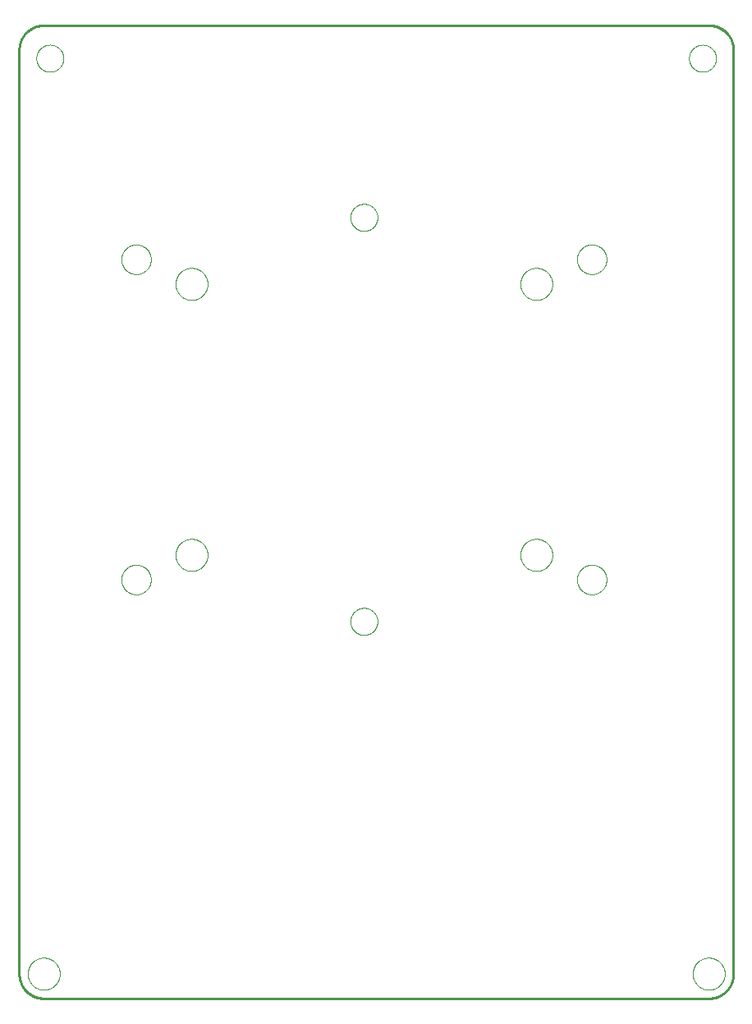
<source format=gko>
G75*
%MOIN*%
%OFA0B0*%
%FSLAX25Y25*%
%IPPOS*%
%LPD*%
%AMOC8*
5,1,8,0,0,1.08239X$1,22.5*
%
%ADD10C,0.01000*%
%ADD11C,0.00000*%
D10*
X0208333Y0120000D02*
X0208333Y0495000D01*
X0208336Y0495242D01*
X0208345Y0495483D01*
X0208359Y0495724D01*
X0208380Y0495965D01*
X0208406Y0496205D01*
X0208438Y0496445D01*
X0208476Y0496684D01*
X0208519Y0496921D01*
X0208569Y0497158D01*
X0208624Y0497393D01*
X0208684Y0497627D01*
X0208751Y0497859D01*
X0208822Y0498090D01*
X0208900Y0498319D01*
X0208983Y0498546D01*
X0209071Y0498771D01*
X0209165Y0498994D01*
X0209264Y0499214D01*
X0209369Y0499432D01*
X0209478Y0499647D01*
X0209593Y0499860D01*
X0209713Y0500070D01*
X0209838Y0500276D01*
X0209968Y0500480D01*
X0210103Y0500681D01*
X0210243Y0500878D01*
X0210387Y0501072D01*
X0210536Y0501262D01*
X0210690Y0501448D01*
X0210848Y0501631D01*
X0211010Y0501810D01*
X0211177Y0501985D01*
X0211348Y0502156D01*
X0211523Y0502323D01*
X0211702Y0502485D01*
X0211885Y0502643D01*
X0212071Y0502797D01*
X0212261Y0502946D01*
X0212455Y0503090D01*
X0212652Y0503230D01*
X0212853Y0503365D01*
X0213057Y0503495D01*
X0213263Y0503620D01*
X0213473Y0503740D01*
X0213686Y0503855D01*
X0213901Y0503964D01*
X0214119Y0504069D01*
X0214339Y0504168D01*
X0214562Y0504262D01*
X0214787Y0504350D01*
X0215014Y0504433D01*
X0215243Y0504511D01*
X0215474Y0504582D01*
X0215706Y0504649D01*
X0215940Y0504709D01*
X0216175Y0504764D01*
X0216412Y0504814D01*
X0216649Y0504857D01*
X0216888Y0504895D01*
X0217128Y0504927D01*
X0217368Y0504953D01*
X0217609Y0504974D01*
X0217850Y0504988D01*
X0218091Y0504997D01*
X0218333Y0505000D01*
X0488333Y0505000D01*
X0488575Y0504997D01*
X0488816Y0504988D01*
X0489057Y0504974D01*
X0489298Y0504953D01*
X0489538Y0504927D01*
X0489778Y0504895D01*
X0490017Y0504857D01*
X0490254Y0504814D01*
X0490491Y0504764D01*
X0490726Y0504709D01*
X0490960Y0504649D01*
X0491192Y0504582D01*
X0491423Y0504511D01*
X0491652Y0504433D01*
X0491879Y0504350D01*
X0492104Y0504262D01*
X0492327Y0504168D01*
X0492547Y0504069D01*
X0492765Y0503964D01*
X0492980Y0503855D01*
X0493193Y0503740D01*
X0493403Y0503620D01*
X0493609Y0503495D01*
X0493813Y0503365D01*
X0494014Y0503230D01*
X0494211Y0503090D01*
X0494405Y0502946D01*
X0494595Y0502797D01*
X0494781Y0502643D01*
X0494964Y0502485D01*
X0495143Y0502323D01*
X0495318Y0502156D01*
X0495489Y0501985D01*
X0495656Y0501810D01*
X0495818Y0501631D01*
X0495976Y0501448D01*
X0496130Y0501262D01*
X0496279Y0501072D01*
X0496423Y0500878D01*
X0496563Y0500681D01*
X0496698Y0500480D01*
X0496828Y0500276D01*
X0496953Y0500070D01*
X0497073Y0499860D01*
X0497188Y0499647D01*
X0497297Y0499432D01*
X0497402Y0499214D01*
X0497501Y0498994D01*
X0497595Y0498771D01*
X0497683Y0498546D01*
X0497766Y0498319D01*
X0497844Y0498090D01*
X0497915Y0497859D01*
X0497982Y0497627D01*
X0498042Y0497393D01*
X0498097Y0497158D01*
X0498147Y0496921D01*
X0498190Y0496684D01*
X0498228Y0496445D01*
X0498260Y0496205D01*
X0498286Y0495965D01*
X0498307Y0495724D01*
X0498321Y0495483D01*
X0498330Y0495242D01*
X0498333Y0495000D01*
X0498333Y0120000D01*
X0498330Y0119758D01*
X0498321Y0119517D01*
X0498307Y0119276D01*
X0498286Y0119035D01*
X0498260Y0118795D01*
X0498228Y0118555D01*
X0498190Y0118316D01*
X0498147Y0118079D01*
X0498097Y0117842D01*
X0498042Y0117607D01*
X0497982Y0117373D01*
X0497915Y0117141D01*
X0497844Y0116910D01*
X0497766Y0116681D01*
X0497683Y0116454D01*
X0497595Y0116229D01*
X0497501Y0116006D01*
X0497402Y0115786D01*
X0497297Y0115568D01*
X0497188Y0115353D01*
X0497073Y0115140D01*
X0496953Y0114930D01*
X0496828Y0114724D01*
X0496698Y0114520D01*
X0496563Y0114319D01*
X0496423Y0114122D01*
X0496279Y0113928D01*
X0496130Y0113738D01*
X0495976Y0113552D01*
X0495818Y0113369D01*
X0495656Y0113190D01*
X0495489Y0113015D01*
X0495318Y0112844D01*
X0495143Y0112677D01*
X0494964Y0112515D01*
X0494781Y0112357D01*
X0494595Y0112203D01*
X0494405Y0112054D01*
X0494211Y0111910D01*
X0494014Y0111770D01*
X0493813Y0111635D01*
X0493609Y0111505D01*
X0493403Y0111380D01*
X0493193Y0111260D01*
X0492980Y0111145D01*
X0492765Y0111036D01*
X0492547Y0110931D01*
X0492327Y0110832D01*
X0492104Y0110738D01*
X0491879Y0110650D01*
X0491652Y0110567D01*
X0491423Y0110489D01*
X0491192Y0110418D01*
X0490960Y0110351D01*
X0490726Y0110291D01*
X0490491Y0110236D01*
X0490254Y0110186D01*
X0490017Y0110143D01*
X0489778Y0110105D01*
X0489538Y0110073D01*
X0489298Y0110047D01*
X0489057Y0110026D01*
X0488816Y0110012D01*
X0488575Y0110003D01*
X0488333Y0110000D01*
X0218333Y0110000D01*
X0218091Y0110003D01*
X0217850Y0110012D01*
X0217609Y0110026D01*
X0217368Y0110047D01*
X0217128Y0110073D01*
X0216888Y0110105D01*
X0216649Y0110143D01*
X0216412Y0110186D01*
X0216175Y0110236D01*
X0215940Y0110291D01*
X0215706Y0110351D01*
X0215474Y0110418D01*
X0215243Y0110489D01*
X0215014Y0110567D01*
X0214787Y0110650D01*
X0214562Y0110738D01*
X0214339Y0110832D01*
X0214119Y0110931D01*
X0213901Y0111036D01*
X0213686Y0111145D01*
X0213473Y0111260D01*
X0213263Y0111380D01*
X0213057Y0111505D01*
X0212853Y0111635D01*
X0212652Y0111770D01*
X0212455Y0111910D01*
X0212261Y0112054D01*
X0212071Y0112203D01*
X0211885Y0112357D01*
X0211702Y0112515D01*
X0211523Y0112677D01*
X0211348Y0112844D01*
X0211177Y0113015D01*
X0211010Y0113190D01*
X0210848Y0113369D01*
X0210690Y0113552D01*
X0210536Y0113738D01*
X0210387Y0113928D01*
X0210243Y0114122D01*
X0210103Y0114319D01*
X0209968Y0114520D01*
X0209838Y0114724D01*
X0209713Y0114930D01*
X0209593Y0115140D01*
X0209478Y0115353D01*
X0209369Y0115568D01*
X0209264Y0115786D01*
X0209165Y0116006D01*
X0209071Y0116229D01*
X0208983Y0116454D01*
X0208900Y0116681D01*
X0208822Y0116910D01*
X0208751Y0117141D01*
X0208684Y0117373D01*
X0208624Y0117607D01*
X0208569Y0117842D01*
X0208519Y0118079D01*
X0208476Y0118316D01*
X0208438Y0118555D01*
X0208406Y0118795D01*
X0208380Y0119035D01*
X0208359Y0119276D01*
X0208345Y0119517D01*
X0208336Y0119758D01*
X0208333Y0120000D01*
D11*
X0211833Y0120000D02*
X0211835Y0120161D01*
X0211841Y0120321D01*
X0211851Y0120482D01*
X0211865Y0120642D01*
X0211883Y0120802D01*
X0211904Y0120961D01*
X0211930Y0121120D01*
X0211960Y0121278D01*
X0211993Y0121435D01*
X0212031Y0121592D01*
X0212072Y0121747D01*
X0212117Y0121901D01*
X0212166Y0122054D01*
X0212219Y0122206D01*
X0212275Y0122357D01*
X0212336Y0122506D01*
X0212399Y0122654D01*
X0212467Y0122800D01*
X0212538Y0122944D01*
X0212612Y0123086D01*
X0212690Y0123227D01*
X0212772Y0123365D01*
X0212857Y0123502D01*
X0212945Y0123636D01*
X0213037Y0123768D01*
X0213132Y0123898D01*
X0213230Y0124026D01*
X0213331Y0124151D01*
X0213435Y0124273D01*
X0213542Y0124393D01*
X0213652Y0124510D01*
X0213765Y0124625D01*
X0213881Y0124736D01*
X0214000Y0124845D01*
X0214121Y0124950D01*
X0214245Y0125053D01*
X0214371Y0125153D01*
X0214499Y0125249D01*
X0214630Y0125342D01*
X0214764Y0125432D01*
X0214899Y0125519D01*
X0215037Y0125602D01*
X0215176Y0125682D01*
X0215318Y0125758D01*
X0215461Y0125831D01*
X0215606Y0125900D01*
X0215753Y0125966D01*
X0215901Y0126028D01*
X0216051Y0126086D01*
X0216202Y0126141D01*
X0216355Y0126192D01*
X0216509Y0126239D01*
X0216664Y0126282D01*
X0216820Y0126321D01*
X0216976Y0126357D01*
X0217134Y0126388D01*
X0217292Y0126416D01*
X0217451Y0126440D01*
X0217611Y0126460D01*
X0217771Y0126476D01*
X0217931Y0126488D01*
X0218092Y0126496D01*
X0218253Y0126500D01*
X0218413Y0126500D01*
X0218574Y0126496D01*
X0218735Y0126488D01*
X0218895Y0126476D01*
X0219055Y0126460D01*
X0219215Y0126440D01*
X0219374Y0126416D01*
X0219532Y0126388D01*
X0219690Y0126357D01*
X0219846Y0126321D01*
X0220002Y0126282D01*
X0220157Y0126239D01*
X0220311Y0126192D01*
X0220464Y0126141D01*
X0220615Y0126086D01*
X0220765Y0126028D01*
X0220913Y0125966D01*
X0221060Y0125900D01*
X0221205Y0125831D01*
X0221348Y0125758D01*
X0221490Y0125682D01*
X0221629Y0125602D01*
X0221767Y0125519D01*
X0221902Y0125432D01*
X0222036Y0125342D01*
X0222167Y0125249D01*
X0222295Y0125153D01*
X0222421Y0125053D01*
X0222545Y0124950D01*
X0222666Y0124845D01*
X0222785Y0124736D01*
X0222901Y0124625D01*
X0223014Y0124510D01*
X0223124Y0124393D01*
X0223231Y0124273D01*
X0223335Y0124151D01*
X0223436Y0124026D01*
X0223534Y0123898D01*
X0223629Y0123768D01*
X0223721Y0123636D01*
X0223809Y0123502D01*
X0223894Y0123365D01*
X0223976Y0123227D01*
X0224054Y0123086D01*
X0224128Y0122944D01*
X0224199Y0122800D01*
X0224267Y0122654D01*
X0224330Y0122506D01*
X0224391Y0122357D01*
X0224447Y0122206D01*
X0224500Y0122054D01*
X0224549Y0121901D01*
X0224594Y0121747D01*
X0224635Y0121592D01*
X0224673Y0121435D01*
X0224706Y0121278D01*
X0224736Y0121120D01*
X0224762Y0120961D01*
X0224783Y0120802D01*
X0224801Y0120642D01*
X0224815Y0120482D01*
X0224825Y0120321D01*
X0224831Y0120161D01*
X0224833Y0120000D01*
X0224831Y0119839D01*
X0224825Y0119679D01*
X0224815Y0119518D01*
X0224801Y0119358D01*
X0224783Y0119198D01*
X0224762Y0119039D01*
X0224736Y0118880D01*
X0224706Y0118722D01*
X0224673Y0118565D01*
X0224635Y0118408D01*
X0224594Y0118253D01*
X0224549Y0118099D01*
X0224500Y0117946D01*
X0224447Y0117794D01*
X0224391Y0117643D01*
X0224330Y0117494D01*
X0224267Y0117346D01*
X0224199Y0117200D01*
X0224128Y0117056D01*
X0224054Y0116914D01*
X0223976Y0116773D01*
X0223894Y0116635D01*
X0223809Y0116498D01*
X0223721Y0116364D01*
X0223629Y0116232D01*
X0223534Y0116102D01*
X0223436Y0115974D01*
X0223335Y0115849D01*
X0223231Y0115727D01*
X0223124Y0115607D01*
X0223014Y0115490D01*
X0222901Y0115375D01*
X0222785Y0115264D01*
X0222666Y0115155D01*
X0222545Y0115050D01*
X0222421Y0114947D01*
X0222295Y0114847D01*
X0222167Y0114751D01*
X0222036Y0114658D01*
X0221902Y0114568D01*
X0221767Y0114481D01*
X0221629Y0114398D01*
X0221490Y0114318D01*
X0221348Y0114242D01*
X0221205Y0114169D01*
X0221060Y0114100D01*
X0220913Y0114034D01*
X0220765Y0113972D01*
X0220615Y0113914D01*
X0220464Y0113859D01*
X0220311Y0113808D01*
X0220157Y0113761D01*
X0220002Y0113718D01*
X0219846Y0113679D01*
X0219690Y0113643D01*
X0219532Y0113612D01*
X0219374Y0113584D01*
X0219215Y0113560D01*
X0219055Y0113540D01*
X0218895Y0113524D01*
X0218735Y0113512D01*
X0218574Y0113504D01*
X0218413Y0113500D01*
X0218253Y0113500D01*
X0218092Y0113504D01*
X0217931Y0113512D01*
X0217771Y0113524D01*
X0217611Y0113540D01*
X0217451Y0113560D01*
X0217292Y0113584D01*
X0217134Y0113612D01*
X0216976Y0113643D01*
X0216820Y0113679D01*
X0216664Y0113718D01*
X0216509Y0113761D01*
X0216355Y0113808D01*
X0216202Y0113859D01*
X0216051Y0113914D01*
X0215901Y0113972D01*
X0215753Y0114034D01*
X0215606Y0114100D01*
X0215461Y0114169D01*
X0215318Y0114242D01*
X0215176Y0114318D01*
X0215037Y0114398D01*
X0214899Y0114481D01*
X0214764Y0114568D01*
X0214630Y0114658D01*
X0214499Y0114751D01*
X0214371Y0114847D01*
X0214245Y0114947D01*
X0214121Y0115050D01*
X0214000Y0115155D01*
X0213881Y0115264D01*
X0213765Y0115375D01*
X0213652Y0115490D01*
X0213542Y0115607D01*
X0213435Y0115727D01*
X0213331Y0115849D01*
X0213230Y0115974D01*
X0213132Y0116102D01*
X0213037Y0116232D01*
X0212945Y0116364D01*
X0212857Y0116498D01*
X0212772Y0116635D01*
X0212690Y0116773D01*
X0212612Y0116914D01*
X0212538Y0117056D01*
X0212467Y0117200D01*
X0212399Y0117346D01*
X0212336Y0117494D01*
X0212275Y0117643D01*
X0212219Y0117794D01*
X0212166Y0117946D01*
X0212117Y0118099D01*
X0212072Y0118253D01*
X0212031Y0118408D01*
X0211993Y0118565D01*
X0211960Y0118722D01*
X0211930Y0118880D01*
X0211904Y0119039D01*
X0211883Y0119198D01*
X0211865Y0119358D01*
X0211851Y0119518D01*
X0211841Y0119679D01*
X0211835Y0119839D01*
X0211833Y0120000D01*
X0249833Y0280000D02*
X0249835Y0280154D01*
X0249841Y0280309D01*
X0249851Y0280463D01*
X0249865Y0280617D01*
X0249883Y0280770D01*
X0249904Y0280923D01*
X0249930Y0281076D01*
X0249960Y0281227D01*
X0249993Y0281378D01*
X0250031Y0281528D01*
X0250072Y0281677D01*
X0250117Y0281825D01*
X0250166Y0281971D01*
X0250219Y0282117D01*
X0250275Y0282260D01*
X0250335Y0282403D01*
X0250399Y0282543D01*
X0250466Y0282683D01*
X0250537Y0282820D01*
X0250611Y0282955D01*
X0250689Y0283089D01*
X0250770Y0283220D01*
X0250855Y0283349D01*
X0250943Y0283477D01*
X0251034Y0283601D01*
X0251128Y0283724D01*
X0251226Y0283844D01*
X0251326Y0283961D01*
X0251430Y0284076D01*
X0251536Y0284188D01*
X0251645Y0284297D01*
X0251757Y0284403D01*
X0251872Y0284507D01*
X0251989Y0284607D01*
X0252109Y0284705D01*
X0252232Y0284799D01*
X0252356Y0284890D01*
X0252484Y0284978D01*
X0252613Y0285063D01*
X0252744Y0285144D01*
X0252878Y0285222D01*
X0253013Y0285296D01*
X0253150Y0285367D01*
X0253290Y0285434D01*
X0253430Y0285498D01*
X0253573Y0285558D01*
X0253716Y0285614D01*
X0253862Y0285667D01*
X0254008Y0285716D01*
X0254156Y0285761D01*
X0254305Y0285802D01*
X0254455Y0285840D01*
X0254606Y0285873D01*
X0254757Y0285903D01*
X0254910Y0285929D01*
X0255063Y0285950D01*
X0255216Y0285968D01*
X0255370Y0285982D01*
X0255524Y0285992D01*
X0255679Y0285998D01*
X0255833Y0286000D01*
X0255987Y0285998D01*
X0256142Y0285992D01*
X0256296Y0285982D01*
X0256450Y0285968D01*
X0256603Y0285950D01*
X0256756Y0285929D01*
X0256909Y0285903D01*
X0257060Y0285873D01*
X0257211Y0285840D01*
X0257361Y0285802D01*
X0257510Y0285761D01*
X0257658Y0285716D01*
X0257804Y0285667D01*
X0257950Y0285614D01*
X0258093Y0285558D01*
X0258236Y0285498D01*
X0258376Y0285434D01*
X0258516Y0285367D01*
X0258653Y0285296D01*
X0258788Y0285222D01*
X0258922Y0285144D01*
X0259053Y0285063D01*
X0259182Y0284978D01*
X0259310Y0284890D01*
X0259434Y0284799D01*
X0259557Y0284705D01*
X0259677Y0284607D01*
X0259794Y0284507D01*
X0259909Y0284403D01*
X0260021Y0284297D01*
X0260130Y0284188D01*
X0260236Y0284076D01*
X0260340Y0283961D01*
X0260440Y0283844D01*
X0260538Y0283724D01*
X0260632Y0283601D01*
X0260723Y0283477D01*
X0260811Y0283349D01*
X0260896Y0283220D01*
X0260977Y0283089D01*
X0261055Y0282955D01*
X0261129Y0282820D01*
X0261200Y0282683D01*
X0261267Y0282543D01*
X0261331Y0282403D01*
X0261391Y0282260D01*
X0261447Y0282117D01*
X0261500Y0281971D01*
X0261549Y0281825D01*
X0261594Y0281677D01*
X0261635Y0281528D01*
X0261673Y0281378D01*
X0261706Y0281227D01*
X0261736Y0281076D01*
X0261762Y0280923D01*
X0261783Y0280770D01*
X0261801Y0280617D01*
X0261815Y0280463D01*
X0261825Y0280309D01*
X0261831Y0280154D01*
X0261833Y0280000D01*
X0261831Y0279846D01*
X0261825Y0279691D01*
X0261815Y0279537D01*
X0261801Y0279383D01*
X0261783Y0279230D01*
X0261762Y0279077D01*
X0261736Y0278924D01*
X0261706Y0278773D01*
X0261673Y0278622D01*
X0261635Y0278472D01*
X0261594Y0278323D01*
X0261549Y0278175D01*
X0261500Y0278029D01*
X0261447Y0277883D01*
X0261391Y0277740D01*
X0261331Y0277597D01*
X0261267Y0277457D01*
X0261200Y0277317D01*
X0261129Y0277180D01*
X0261055Y0277045D01*
X0260977Y0276911D01*
X0260896Y0276780D01*
X0260811Y0276651D01*
X0260723Y0276523D01*
X0260632Y0276399D01*
X0260538Y0276276D01*
X0260440Y0276156D01*
X0260340Y0276039D01*
X0260236Y0275924D01*
X0260130Y0275812D01*
X0260021Y0275703D01*
X0259909Y0275597D01*
X0259794Y0275493D01*
X0259677Y0275393D01*
X0259557Y0275295D01*
X0259434Y0275201D01*
X0259310Y0275110D01*
X0259182Y0275022D01*
X0259053Y0274937D01*
X0258922Y0274856D01*
X0258788Y0274778D01*
X0258653Y0274704D01*
X0258516Y0274633D01*
X0258376Y0274566D01*
X0258236Y0274502D01*
X0258093Y0274442D01*
X0257950Y0274386D01*
X0257804Y0274333D01*
X0257658Y0274284D01*
X0257510Y0274239D01*
X0257361Y0274198D01*
X0257211Y0274160D01*
X0257060Y0274127D01*
X0256909Y0274097D01*
X0256756Y0274071D01*
X0256603Y0274050D01*
X0256450Y0274032D01*
X0256296Y0274018D01*
X0256142Y0274008D01*
X0255987Y0274002D01*
X0255833Y0274000D01*
X0255679Y0274002D01*
X0255524Y0274008D01*
X0255370Y0274018D01*
X0255216Y0274032D01*
X0255063Y0274050D01*
X0254910Y0274071D01*
X0254757Y0274097D01*
X0254606Y0274127D01*
X0254455Y0274160D01*
X0254305Y0274198D01*
X0254156Y0274239D01*
X0254008Y0274284D01*
X0253862Y0274333D01*
X0253716Y0274386D01*
X0253573Y0274442D01*
X0253430Y0274502D01*
X0253290Y0274566D01*
X0253150Y0274633D01*
X0253013Y0274704D01*
X0252878Y0274778D01*
X0252744Y0274856D01*
X0252613Y0274937D01*
X0252484Y0275022D01*
X0252356Y0275110D01*
X0252232Y0275201D01*
X0252109Y0275295D01*
X0251989Y0275393D01*
X0251872Y0275493D01*
X0251757Y0275597D01*
X0251645Y0275703D01*
X0251536Y0275812D01*
X0251430Y0275924D01*
X0251326Y0276039D01*
X0251226Y0276156D01*
X0251128Y0276276D01*
X0251034Y0276399D01*
X0250943Y0276523D01*
X0250855Y0276651D01*
X0250770Y0276780D01*
X0250689Y0276911D01*
X0250611Y0277045D01*
X0250537Y0277180D01*
X0250466Y0277317D01*
X0250399Y0277457D01*
X0250335Y0277597D01*
X0250275Y0277740D01*
X0250219Y0277883D01*
X0250166Y0278029D01*
X0250117Y0278175D01*
X0250072Y0278323D01*
X0250031Y0278472D01*
X0249993Y0278622D01*
X0249960Y0278773D01*
X0249930Y0278924D01*
X0249904Y0279077D01*
X0249883Y0279230D01*
X0249865Y0279383D01*
X0249851Y0279537D01*
X0249841Y0279691D01*
X0249835Y0279846D01*
X0249833Y0280000D01*
X0271833Y0290000D02*
X0271835Y0290161D01*
X0271841Y0290321D01*
X0271851Y0290482D01*
X0271865Y0290642D01*
X0271883Y0290802D01*
X0271904Y0290961D01*
X0271930Y0291120D01*
X0271960Y0291278D01*
X0271993Y0291435D01*
X0272031Y0291592D01*
X0272072Y0291747D01*
X0272117Y0291901D01*
X0272166Y0292054D01*
X0272219Y0292206D01*
X0272275Y0292357D01*
X0272336Y0292506D01*
X0272399Y0292654D01*
X0272467Y0292800D01*
X0272538Y0292944D01*
X0272612Y0293086D01*
X0272690Y0293227D01*
X0272772Y0293365D01*
X0272857Y0293502D01*
X0272945Y0293636D01*
X0273037Y0293768D01*
X0273132Y0293898D01*
X0273230Y0294026D01*
X0273331Y0294151D01*
X0273435Y0294273D01*
X0273542Y0294393D01*
X0273652Y0294510D01*
X0273765Y0294625D01*
X0273881Y0294736D01*
X0274000Y0294845D01*
X0274121Y0294950D01*
X0274245Y0295053D01*
X0274371Y0295153D01*
X0274499Y0295249D01*
X0274630Y0295342D01*
X0274764Y0295432D01*
X0274899Y0295519D01*
X0275037Y0295602D01*
X0275176Y0295682D01*
X0275318Y0295758D01*
X0275461Y0295831D01*
X0275606Y0295900D01*
X0275753Y0295966D01*
X0275901Y0296028D01*
X0276051Y0296086D01*
X0276202Y0296141D01*
X0276355Y0296192D01*
X0276509Y0296239D01*
X0276664Y0296282D01*
X0276820Y0296321D01*
X0276976Y0296357D01*
X0277134Y0296388D01*
X0277292Y0296416D01*
X0277451Y0296440D01*
X0277611Y0296460D01*
X0277771Y0296476D01*
X0277931Y0296488D01*
X0278092Y0296496D01*
X0278253Y0296500D01*
X0278413Y0296500D01*
X0278574Y0296496D01*
X0278735Y0296488D01*
X0278895Y0296476D01*
X0279055Y0296460D01*
X0279215Y0296440D01*
X0279374Y0296416D01*
X0279532Y0296388D01*
X0279690Y0296357D01*
X0279846Y0296321D01*
X0280002Y0296282D01*
X0280157Y0296239D01*
X0280311Y0296192D01*
X0280464Y0296141D01*
X0280615Y0296086D01*
X0280765Y0296028D01*
X0280913Y0295966D01*
X0281060Y0295900D01*
X0281205Y0295831D01*
X0281348Y0295758D01*
X0281490Y0295682D01*
X0281629Y0295602D01*
X0281767Y0295519D01*
X0281902Y0295432D01*
X0282036Y0295342D01*
X0282167Y0295249D01*
X0282295Y0295153D01*
X0282421Y0295053D01*
X0282545Y0294950D01*
X0282666Y0294845D01*
X0282785Y0294736D01*
X0282901Y0294625D01*
X0283014Y0294510D01*
X0283124Y0294393D01*
X0283231Y0294273D01*
X0283335Y0294151D01*
X0283436Y0294026D01*
X0283534Y0293898D01*
X0283629Y0293768D01*
X0283721Y0293636D01*
X0283809Y0293502D01*
X0283894Y0293365D01*
X0283976Y0293227D01*
X0284054Y0293086D01*
X0284128Y0292944D01*
X0284199Y0292800D01*
X0284267Y0292654D01*
X0284330Y0292506D01*
X0284391Y0292357D01*
X0284447Y0292206D01*
X0284500Y0292054D01*
X0284549Y0291901D01*
X0284594Y0291747D01*
X0284635Y0291592D01*
X0284673Y0291435D01*
X0284706Y0291278D01*
X0284736Y0291120D01*
X0284762Y0290961D01*
X0284783Y0290802D01*
X0284801Y0290642D01*
X0284815Y0290482D01*
X0284825Y0290321D01*
X0284831Y0290161D01*
X0284833Y0290000D01*
X0284831Y0289839D01*
X0284825Y0289679D01*
X0284815Y0289518D01*
X0284801Y0289358D01*
X0284783Y0289198D01*
X0284762Y0289039D01*
X0284736Y0288880D01*
X0284706Y0288722D01*
X0284673Y0288565D01*
X0284635Y0288408D01*
X0284594Y0288253D01*
X0284549Y0288099D01*
X0284500Y0287946D01*
X0284447Y0287794D01*
X0284391Y0287643D01*
X0284330Y0287494D01*
X0284267Y0287346D01*
X0284199Y0287200D01*
X0284128Y0287056D01*
X0284054Y0286914D01*
X0283976Y0286773D01*
X0283894Y0286635D01*
X0283809Y0286498D01*
X0283721Y0286364D01*
X0283629Y0286232D01*
X0283534Y0286102D01*
X0283436Y0285974D01*
X0283335Y0285849D01*
X0283231Y0285727D01*
X0283124Y0285607D01*
X0283014Y0285490D01*
X0282901Y0285375D01*
X0282785Y0285264D01*
X0282666Y0285155D01*
X0282545Y0285050D01*
X0282421Y0284947D01*
X0282295Y0284847D01*
X0282167Y0284751D01*
X0282036Y0284658D01*
X0281902Y0284568D01*
X0281767Y0284481D01*
X0281629Y0284398D01*
X0281490Y0284318D01*
X0281348Y0284242D01*
X0281205Y0284169D01*
X0281060Y0284100D01*
X0280913Y0284034D01*
X0280765Y0283972D01*
X0280615Y0283914D01*
X0280464Y0283859D01*
X0280311Y0283808D01*
X0280157Y0283761D01*
X0280002Y0283718D01*
X0279846Y0283679D01*
X0279690Y0283643D01*
X0279532Y0283612D01*
X0279374Y0283584D01*
X0279215Y0283560D01*
X0279055Y0283540D01*
X0278895Y0283524D01*
X0278735Y0283512D01*
X0278574Y0283504D01*
X0278413Y0283500D01*
X0278253Y0283500D01*
X0278092Y0283504D01*
X0277931Y0283512D01*
X0277771Y0283524D01*
X0277611Y0283540D01*
X0277451Y0283560D01*
X0277292Y0283584D01*
X0277134Y0283612D01*
X0276976Y0283643D01*
X0276820Y0283679D01*
X0276664Y0283718D01*
X0276509Y0283761D01*
X0276355Y0283808D01*
X0276202Y0283859D01*
X0276051Y0283914D01*
X0275901Y0283972D01*
X0275753Y0284034D01*
X0275606Y0284100D01*
X0275461Y0284169D01*
X0275318Y0284242D01*
X0275176Y0284318D01*
X0275037Y0284398D01*
X0274899Y0284481D01*
X0274764Y0284568D01*
X0274630Y0284658D01*
X0274499Y0284751D01*
X0274371Y0284847D01*
X0274245Y0284947D01*
X0274121Y0285050D01*
X0274000Y0285155D01*
X0273881Y0285264D01*
X0273765Y0285375D01*
X0273652Y0285490D01*
X0273542Y0285607D01*
X0273435Y0285727D01*
X0273331Y0285849D01*
X0273230Y0285974D01*
X0273132Y0286102D01*
X0273037Y0286232D01*
X0272945Y0286364D01*
X0272857Y0286498D01*
X0272772Y0286635D01*
X0272690Y0286773D01*
X0272612Y0286914D01*
X0272538Y0287056D01*
X0272467Y0287200D01*
X0272399Y0287346D01*
X0272336Y0287494D01*
X0272275Y0287643D01*
X0272219Y0287794D01*
X0272166Y0287946D01*
X0272117Y0288099D01*
X0272072Y0288253D01*
X0272031Y0288408D01*
X0271993Y0288565D01*
X0271960Y0288722D01*
X0271930Y0288880D01*
X0271904Y0289039D01*
X0271883Y0289198D01*
X0271865Y0289358D01*
X0271851Y0289518D01*
X0271841Y0289679D01*
X0271835Y0289839D01*
X0271833Y0290000D01*
X0271833Y0400000D02*
X0271835Y0400161D01*
X0271841Y0400321D01*
X0271851Y0400482D01*
X0271865Y0400642D01*
X0271883Y0400802D01*
X0271904Y0400961D01*
X0271930Y0401120D01*
X0271960Y0401278D01*
X0271993Y0401435D01*
X0272031Y0401592D01*
X0272072Y0401747D01*
X0272117Y0401901D01*
X0272166Y0402054D01*
X0272219Y0402206D01*
X0272275Y0402357D01*
X0272336Y0402506D01*
X0272399Y0402654D01*
X0272467Y0402800D01*
X0272538Y0402944D01*
X0272612Y0403086D01*
X0272690Y0403227D01*
X0272772Y0403365D01*
X0272857Y0403502D01*
X0272945Y0403636D01*
X0273037Y0403768D01*
X0273132Y0403898D01*
X0273230Y0404026D01*
X0273331Y0404151D01*
X0273435Y0404273D01*
X0273542Y0404393D01*
X0273652Y0404510D01*
X0273765Y0404625D01*
X0273881Y0404736D01*
X0274000Y0404845D01*
X0274121Y0404950D01*
X0274245Y0405053D01*
X0274371Y0405153D01*
X0274499Y0405249D01*
X0274630Y0405342D01*
X0274764Y0405432D01*
X0274899Y0405519D01*
X0275037Y0405602D01*
X0275176Y0405682D01*
X0275318Y0405758D01*
X0275461Y0405831D01*
X0275606Y0405900D01*
X0275753Y0405966D01*
X0275901Y0406028D01*
X0276051Y0406086D01*
X0276202Y0406141D01*
X0276355Y0406192D01*
X0276509Y0406239D01*
X0276664Y0406282D01*
X0276820Y0406321D01*
X0276976Y0406357D01*
X0277134Y0406388D01*
X0277292Y0406416D01*
X0277451Y0406440D01*
X0277611Y0406460D01*
X0277771Y0406476D01*
X0277931Y0406488D01*
X0278092Y0406496D01*
X0278253Y0406500D01*
X0278413Y0406500D01*
X0278574Y0406496D01*
X0278735Y0406488D01*
X0278895Y0406476D01*
X0279055Y0406460D01*
X0279215Y0406440D01*
X0279374Y0406416D01*
X0279532Y0406388D01*
X0279690Y0406357D01*
X0279846Y0406321D01*
X0280002Y0406282D01*
X0280157Y0406239D01*
X0280311Y0406192D01*
X0280464Y0406141D01*
X0280615Y0406086D01*
X0280765Y0406028D01*
X0280913Y0405966D01*
X0281060Y0405900D01*
X0281205Y0405831D01*
X0281348Y0405758D01*
X0281490Y0405682D01*
X0281629Y0405602D01*
X0281767Y0405519D01*
X0281902Y0405432D01*
X0282036Y0405342D01*
X0282167Y0405249D01*
X0282295Y0405153D01*
X0282421Y0405053D01*
X0282545Y0404950D01*
X0282666Y0404845D01*
X0282785Y0404736D01*
X0282901Y0404625D01*
X0283014Y0404510D01*
X0283124Y0404393D01*
X0283231Y0404273D01*
X0283335Y0404151D01*
X0283436Y0404026D01*
X0283534Y0403898D01*
X0283629Y0403768D01*
X0283721Y0403636D01*
X0283809Y0403502D01*
X0283894Y0403365D01*
X0283976Y0403227D01*
X0284054Y0403086D01*
X0284128Y0402944D01*
X0284199Y0402800D01*
X0284267Y0402654D01*
X0284330Y0402506D01*
X0284391Y0402357D01*
X0284447Y0402206D01*
X0284500Y0402054D01*
X0284549Y0401901D01*
X0284594Y0401747D01*
X0284635Y0401592D01*
X0284673Y0401435D01*
X0284706Y0401278D01*
X0284736Y0401120D01*
X0284762Y0400961D01*
X0284783Y0400802D01*
X0284801Y0400642D01*
X0284815Y0400482D01*
X0284825Y0400321D01*
X0284831Y0400161D01*
X0284833Y0400000D01*
X0284831Y0399839D01*
X0284825Y0399679D01*
X0284815Y0399518D01*
X0284801Y0399358D01*
X0284783Y0399198D01*
X0284762Y0399039D01*
X0284736Y0398880D01*
X0284706Y0398722D01*
X0284673Y0398565D01*
X0284635Y0398408D01*
X0284594Y0398253D01*
X0284549Y0398099D01*
X0284500Y0397946D01*
X0284447Y0397794D01*
X0284391Y0397643D01*
X0284330Y0397494D01*
X0284267Y0397346D01*
X0284199Y0397200D01*
X0284128Y0397056D01*
X0284054Y0396914D01*
X0283976Y0396773D01*
X0283894Y0396635D01*
X0283809Y0396498D01*
X0283721Y0396364D01*
X0283629Y0396232D01*
X0283534Y0396102D01*
X0283436Y0395974D01*
X0283335Y0395849D01*
X0283231Y0395727D01*
X0283124Y0395607D01*
X0283014Y0395490D01*
X0282901Y0395375D01*
X0282785Y0395264D01*
X0282666Y0395155D01*
X0282545Y0395050D01*
X0282421Y0394947D01*
X0282295Y0394847D01*
X0282167Y0394751D01*
X0282036Y0394658D01*
X0281902Y0394568D01*
X0281767Y0394481D01*
X0281629Y0394398D01*
X0281490Y0394318D01*
X0281348Y0394242D01*
X0281205Y0394169D01*
X0281060Y0394100D01*
X0280913Y0394034D01*
X0280765Y0393972D01*
X0280615Y0393914D01*
X0280464Y0393859D01*
X0280311Y0393808D01*
X0280157Y0393761D01*
X0280002Y0393718D01*
X0279846Y0393679D01*
X0279690Y0393643D01*
X0279532Y0393612D01*
X0279374Y0393584D01*
X0279215Y0393560D01*
X0279055Y0393540D01*
X0278895Y0393524D01*
X0278735Y0393512D01*
X0278574Y0393504D01*
X0278413Y0393500D01*
X0278253Y0393500D01*
X0278092Y0393504D01*
X0277931Y0393512D01*
X0277771Y0393524D01*
X0277611Y0393540D01*
X0277451Y0393560D01*
X0277292Y0393584D01*
X0277134Y0393612D01*
X0276976Y0393643D01*
X0276820Y0393679D01*
X0276664Y0393718D01*
X0276509Y0393761D01*
X0276355Y0393808D01*
X0276202Y0393859D01*
X0276051Y0393914D01*
X0275901Y0393972D01*
X0275753Y0394034D01*
X0275606Y0394100D01*
X0275461Y0394169D01*
X0275318Y0394242D01*
X0275176Y0394318D01*
X0275037Y0394398D01*
X0274899Y0394481D01*
X0274764Y0394568D01*
X0274630Y0394658D01*
X0274499Y0394751D01*
X0274371Y0394847D01*
X0274245Y0394947D01*
X0274121Y0395050D01*
X0274000Y0395155D01*
X0273881Y0395264D01*
X0273765Y0395375D01*
X0273652Y0395490D01*
X0273542Y0395607D01*
X0273435Y0395727D01*
X0273331Y0395849D01*
X0273230Y0395974D01*
X0273132Y0396102D01*
X0273037Y0396232D01*
X0272945Y0396364D01*
X0272857Y0396498D01*
X0272772Y0396635D01*
X0272690Y0396773D01*
X0272612Y0396914D01*
X0272538Y0397056D01*
X0272467Y0397200D01*
X0272399Y0397346D01*
X0272336Y0397494D01*
X0272275Y0397643D01*
X0272219Y0397794D01*
X0272166Y0397946D01*
X0272117Y0398099D01*
X0272072Y0398253D01*
X0272031Y0398408D01*
X0271993Y0398565D01*
X0271960Y0398722D01*
X0271930Y0398880D01*
X0271904Y0399039D01*
X0271883Y0399198D01*
X0271865Y0399358D01*
X0271851Y0399518D01*
X0271841Y0399679D01*
X0271835Y0399839D01*
X0271833Y0400000D01*
X0249833Y0410000D02*
X0249835Y0410154D01*
X0249841Y0410309D01*
X0249851Y0410463D01*
X0249865Y0410617D01*
X0249883Y0410770D01*
X0249904Y0410923D01*
X0249930Y0411076D01*
X0249960Y0411227D01*
X0249993Y0411378D01*
X0250031Y0411528D01*
X0250072Y0411677D01*
X0250117Y0411825D01*
X0250166Y0411971D01*
X0250219Y0412117D01*
X0250275Y0412260D01*
X0250335Y0412403D01*
X0250399Y0412543D01*
X0250466Y0412683D01*
X0250537Y0412820D01*
X0250611Y0412955D01*
X0250689Y0413089D01*
X0250770Y0413220D01*
X0250855Y0413349D01*
X0250943Y0413477D01*
X0251034Y0413601D01*
X0251128Y0413724D01*
X0251226Y0413844D01*
X0251326Y0413961D01*
X0251430Y0414076D01*
X0251536Y0414188D01*
X0251645Y0414297D01*
X0251757Y0414403D01*
X0251872Y0414507D01*
X0251989Y0414607D01*
X0252109Y0414705D01*
X0252232Y0414799D01*
X0252356Y0414890D01*
X0252484Y0414978D01*
X0252613Y0415063D01*
X0252744Y0415144D01*
X0252878Y0415222D01*
X0253013Y0415296D01*
X0253150Y0415367D01*
X0253290Y0415434D01*
X0253430Y0415498D01*
X0253573Y0415558D01*
X0253716Y0415614D01*
X0253862Y0415667D01*
X0254008Y0415716D01*
X0254156Y0415761D01*
X0254305Y0415802D01*
X0254455Y0415840D01*
X0254606Y0415873D01*
X0254757Y0415903D01*
X0254910Y0415929D01*
X0255063Y0415950D01*
X0255216Y0415968D01*
X0255370Y0415982D01*
X0255524Y0415992D01*
X0255679Y0415998D01*
X0255833Y0416000D01*
X0255987Y0415998D01*
X0256142Y0415992D01*
X0256296Y0415982D01*
X0256450Y0415968D01*
X0256603Y0415950D01*
X0256756Y0415929D01*
X0256909Y0415903D01*
X0257060Y0415873D01*
X0257211Y0415840D01*
X0257361Y0415802D01*
X0257510Y0415761D01*
X0257658Y0415716D01*
X0257804Y0415667D01*
X0257950Y0415614D01*
X0258093Y0415558D01*
X0258236Y0415498D01*
X0258376Y0415434D01*
X0258516Y0415367D01*
X0258653Y0415296D01*
X0258788Y0415222D01*
X0258922Y0415144D01*
X0259053Y0415063D01*
X0259182Y0414978D01*
X0259310Y0414890D01*
X0259434Y0414799D01*
X0259557Y0414705D01*
X0259677Y0414607D01*
X0259794Y0414507D01*
X0259909Y0414403D01*
X0260021Y0414297D01*
X0260130Y0414188D01*
X0260236Y0414076D01*
X0260340Y0413961D01*
X0260440Y0413844D01*
X0260538Y0413724D01*
X0260632Y0413601D01*
X0260723Y0413477D01*
X0260811Y0413349D01*
X0260896Y0413220D01*
X0260977Y0413089D01*
X0261055Y0412955D01*
X0261129Y0412820D01*
X0261200Y0412683D01*
X0261267Y0412543D01*
X0261331Y0412403D01*
X0261391Y0412260D01*
X0261447Y0412117D01*
X0261500Y0411971D01*
X0261549Y0411825D01*
X0261594Y0411677D01*
X0261635Y0411528D01*
X0261673Y0411378D01*
X0261706Y0411227D01*
X0261736Y0411076D01*
X0261762Y0410923D01*
X0261783Y0410770D01*
X0261801Y0410617D01*
X0261815Y0410463D01*
X0261825Y0410309D01*
X0261831Y0410154D01*
X0261833Y0410000D01*
X0261831Y0409846D01*
X0261825Y0409691D01*
X0261815Y0409537D01*
X0261801Y0409383D01*
X0261783Y0409230D01*
X0261762Y0409077D01*
X0261736Y0408924D01*
X0261706Y0408773D01*
X0261673Y0408622D01*
X0261635Y0408472D01*
X0261594Y0408323D01*
X0261549Y0408175D01*
X0261500Y0408029D01*
X0261447Y0407883D01*
X0261391Y0407740D01*
X0261331Y0407597D01*
X0261267Y0407457D01*
X0261200Y0407317D01*
X0261129Y0407180D01*
X0261055Y0407045D01*
X0260977Y0406911D01*
X0260896Y0406780D01*
X0260811Y0406651D01*
X0260723Y0406523D01*
X0260632Y0406399D01*
X0260538Y0406276D01*
X0260440Y0406156D01*
X0260340Y0406039D01*
X0260236Y0405924D01*
X0260130Y0405812D01*
X0260021Y0405703D01*
X0259909Y0405597D01*
X0259794Y0405493D01*
X0259677Y0405393D01*
X0259557Y0405295D01*
X0259434Y0405201D01*
X0259310Y0405110D01*
X0259182Y0405022D01*
X0259053Y0404937D01*
X0258922Y0404856D01*
X0258788Y0404778D01*
X0258653Y0404704D01*
X0258516Y0404633D01*
X0258376Y0404566D01*
X0258236Y0404502D01*
X0258093Y0404442D01*
X0257950Y0404386D01*
X0257804Y0404333D01*
X0257658Y0404284D01*
X0257510Y0404239D01*
X0257361Y0404198D01*
X0257211Y0404160D01*
X0257060Y0404127D01*
X0256909Y0404097D01*
X0256756Y0404071D01*
X0256603Y0404050D01*
X0256450Y0404032D01*
X0256296Y0404018D01*
X0256142Y0404008D01*
X0255987Y0404002D01*
X0255833Y0404000D01*
X0255679Y0404002D01*
X0255524Y0404008D01*
X0255370Y0404018D01*
X0255216Y0404032D01*
X0255063Y0404050D01*
X0254910Y0404071D01*
X0254757Y0404097D01*
X0254606Y0404127D01*
X0254455Y0404160D01*
X0254305Y0404198D01*
X0254156Y0404239D01*
X0254008Y0404284D01*
X0253862Y0404333D01*
X0253716Y0404386D01*
X0253573Y0404442D01*
X0253430Y0404502D01*
X0253290Y0404566D01*
X0253150Y0404633D01*
X0253013Y0404704D01*
X0252878Y0404778D01*
X0252744Y0404856D01*
X0252613Y0404937D01*
X0252484Y0405022D01*
X0252356Y0405110D01*
X0252232Y0405201D01*
X0252109Y0405295D01*
X0251989Y0405393D01*
X0251872Y0405493D01*
X0251757Y0405597D01*
X0251645Y0405703D01*
X0251536Y0405812D01*
X0251430Y0405924D01*
X0251326Y0406039D01*
X0251226Y0406156D01*
X0251128Y0406276D01*
X0251034Y0406399D01*
X0250943Y0406523D01*
X0250855Y0406651D01*
X0250770Y0406780D01*
X0250689Y0406911D01*
X0250611Y0407045D01*
X0250537Y0407180D01*
X0250466Y0407317D01*
X0250399Y0407457D01*
X0250335Y0407597D01*
X0250275Y0407740D01*
X0250219Y0407883D01*
X0250166Y0408029D01*
X0250117Y0408175D01*
X0250072Y0408323D01*
X0250031Y0408472D01*
X0249993Y0408622D01*
X0249960Y0408773D01*
X0249930Y0408924D01*
X0249904Y0409077D01*
X0249883Y0409230D01*
X0249865Y0409383D01*
X0249851Y0409537D01*
X0249841Y0409691D01*
X0249835Y0409846D01*
X0249833Y0410000D01*
X0215333Y0491600D02*
X0215335Y0491748D01*
X0215341Y0491896D01*
X0215351Y0492044D01*
X0215365Y0492192D01*
X0215383Y0492339D01*
X0215405Y0492486D01*
X0215431Y0492632D01*
X0215460Y0492777D01*
X0215494Y0492922D01*
X0215532Y0493065D01*
X0215573Y0493208D01*
X0215618Y0493349D01*
X0215668Y0493489D01*
X0215720Y0493627D01*
X0215777Y0493765D01*
X0215837Y0493900D01*
X0215901Y0494034D01*
X0215968Y0494166D01*
X0216039Y0494296D01*
X0216114Y0494425D01*
X0216192Y0494551D01*
X0216273Y0494675D01*
X0216357Y0494797D01*
X0216445Y0494916D01*
X0216536Y0495033D01*
X0216630Y0495148D01*
X0216728Y0495260D01*
X0216828Y0495369D01*
X0216931Y0495476D01*
X0217037Y0495580D01*
X0217145Y0495681D01*
X0217257Y0495779D01*
X0217371Y0495874D01*
X0217487Y0495965D01*
X0217606Y0496054D01*
X0217727Y0496139D01*
X0217851Y0496221D01*
X0217977Y0496300D01*
X0218104Y0496375D01*
X0218234Y0496447D01*
X0218366Y0496516D01*
X0218499Y0496580D01*
X0218634Y0496641D01*
X0218771Y0496699D01*
X0218909Y0496753D01*
X0219049Y0496803D01*
X0219190Y0496849D01*
X0219332Y0496891D01*
X0219475Y0496930D01*
X0219619Y0496964D01*
X0219765Y0496995D01*
X0219910Y0497022D01*
X0220057Y0497045D01*
X0220204Y0497064D01*
X0220352Y0497079D01*
X0220499Y0497090D01*
X0220648Y0497097D01*
X0220796Y0497100D01*
X0220944Y0497099D01*
X0221092Y0497094D01*
X0221240Y0497085D01*
X0221388Y0497072D01*
X0221536Y0497055D01*
X0221682Y0497034D01*
X0221829Y0497009D01*
X0221974Y0496980D01*
X0222119Y0496948D01*
X0222262Y0496911D01*
X0222405Y0496871D01*
X0222547Y0496826D01*
X0222687Y0496778D01*
X0222826Y0496726D01*
X0222963Y0496671D01*
X0223099Y0496611D01*
X0223234Y0496548D01*
X0223366Y0496482D01*
X0223497Y0496412D01*
X0223626Y0496338D01*
X0223752Y0496261D01*
X0223877Y0496181D01*
X0223999Y0496097D01*
X0224120Y0496010D01*
X0224237Y0495920D01*
X0224353Y0495826D01*
X0224465Y0495730D01*
X0224575Y0495631D01*
X0224683Y0495528D01*
X0224787Y0495423D01*
X0224889Y0495315D01*
X0224987Y0495204D01*
X0225083Y0495091D01*
X0225176Y0494975D01*
X0225265Y0494857D01*
X0225351Y0494736D01*
X0225434Y0494613D01*
X0225514Y0494488D01*
X0225590Y0494361D01*
X0225663Y0494231D01*
X0225732Y0494100D01*
X0225797Y0493967D01*
X0225860Y0493833D01*
X0225918Y0493696D01*
X0225973Y0493558D01*
X0226023Y0493419D01*
X0226071Y0493278D01*
X0226114Y0493137D01*
X0226154Y0492994D01*
X0226189Y0492850D01*
X0226221Y0492705D01*
X0226249Y0492559D01*
X0226273Y0492413D01*
X0226293Y0492266D01*
X0226309Y0492118D01*
X0226321Y0491971D01*
X0226329Y0491822D01*
X0226333Y0491674D01*
X0226333Y0491526D01*
X0226329Y0491378D01*
X0226321Y0491229D01*
X0226309Y0491082D01*
X0226293Y0490934D01*
X0226273Y0490787D01*
X0226249Y0490641D01*
X0226221Y0490495D01*
X0226189Y0490350D01*
X0226154Y0490206D01*
X0226114Y0490063D01*
X0226071Y0489922D01*
X0226023Y0489781D01*
X0225973Y0489642D01*
X0225918Y0489504D01*
X0225860Y0489367D01*
X0225797Y0489233D01*
X0225732Y0489100D01*
X0225663Y0488969D01*
X0225590Y0488839D01*
X0225514Y0488712D01*
X0225434Y0488587D01*
X0225351Y0488464D01*
X0225265Y0488343D01*
X0225176Y0488225D01*
X0225083Y0488109D01*
X0224987Y0487996D01*
X0224889Y0487885D01*
X0224787Y0487777D01*
X0224683Y0487672D01*
X0224575Y0487569D01*
X0224465Y0487470D01*
X0224353Y0487374D01*
X0224237Y0487280D01*
X0224120Y0487190D01*
X0223999Y0487103D01*
X0223877Y0487019D01*
X0223752Y0486939D01*
X0223626Y0486862D01*
X0223497Y0486788D01*
X0223366Y0486718D01*
X0223234Y0486652D01*
X0223099Y0486589D01*
X0222963Y0486529D01*
X0222826Y0486474D01*
X0222687Y0486422D01*
X0222547Y0486374D01*
X0222405Y0486329D01*
X0222262Y0486289D01*
X0222119Y0486252D01*
X0221974Y0486220D01*
X0221829Y0486191D01*
X0221682Y0486166D01*
X0221536Y0486145D01*
X0221388Y0486128D01*
X0221240Y0486115D01*
X0221092Y0486106D01*
X0220944Y0486101D01*
X0220796Y0486100D01*
X0220648Y0486103D01*
X0220499Y0486110D01*
X0220352Y0486121D01*
X0220204Y0486136D01*
X0220057Y0486155D01*
X0219910Y0486178D01*
X0219765Y0486205D01*
X0219619Y0486236D01*
X0219475Y0486270D01*
X0219332Y0486309D01*
X0219190Y0486351D01*
X0219049Y0486397D01*
X0218909Y0486447D01*
X0218771Y0486501D01*
X0218634Y0486559D01*
X0218499Y0486620D01*
X0218366Y0486684D01*
X0218234Y0486753D01*
X0218104Y0486825D01*
X0217977Y0486900D01*
X0217851Y0486979D01*
X0217727Y0487061D01*
X0217606Y0487146D01*
X0217487Y0487235D01*
X0217371Y0487326D01*
X0217257Y0487421D01*
X0217145Y0487519D01*
X0217037Y0487620D01*
X0216931Y0487724D01*
X0216828Y0487831D01*
X0216728Y0487940D01*
X0216630Y0488052D01*
X0216536Y0488167D01*
X0216445Y0488284D01*
X0216357Y0488403D01*
X0216273Y0488525D01*
X0216192Y0488649D01*
X0216114Y0488775D01*
X0216039Y0488904D01*
X0215968Y0489034D01*
X0215901Y0489166D01*
X0215837Y0489300D01*
X0215777Y0489435D01*
X0215720Y0489573D01*
X0215668Y0489711D01*
X0215618Y0489851D01*
X0215573Y0489992D01*
X0215532Y0490135D01*
X0215494Y0490278D01*
X0215460Y0490423D01*
X0215431Y0490568D01*
X0215405Y0490714D01*
X0215383Y0490861D01*
X0215365Y0491008D01*
X0215351Y0491156D01*
X0215341Y0491304D01*
X0215335Y0491452D01*
X0215333Y0491600D01*
X0342833Y0427000D02*
X0342835Y0427148D01*
X0342841Y0427296D01*
X0342851Y0427444D01*
X0342865Y0427592D01*
X0342883Y0427739D01*
X0342905Y0427886D01*
X0342931Y0428032D01*
X0342960Y0428177D01*
X0342994Y0428322D01*
X0343032Y0428465D01*
X0343073Y0428608D01*
X0343118Y0428749D01*
X0343168Y0428889D01*
X0343220Y0429027D01*
X0343277Y0429165D01*
X0343337Y0429300D01*
X0343401Y0429434D01*
X0343468Y0429566D01*
X0343539Y0429696D01*
X0343614Y0429825D01*
X0343692Y0429951D01*
X0343773Y0430075D01*
X0343857Y0430197D01*
X0343945Y0430316D01*
X0344036Y0430433D01*
X0344130Y0430548D01*
X0344228Y0430660D01*
X0344328Y0430769D01*
X0344431Y0430876D01*
X0344537Y0430980D01*
X0344645Y0431081D01*
X0344757Y0431179D01*
X0344871Y0431274D01*
X0344987Y0431365D01*
X0345106Y0431454D01*
X0345227Y0431539D01*
X0345351Y0431621D01*
X0345477Y0431700D01*
X0345604Y0431775D01*
X0345734Y0431847D01*
X0345866Y0431916D01*
X0345999Y0431980D01*
X0346134Y0432041D01*
X0346271Y0432099D01*
X0346409Y0432153D01*
X0346549Y0432203D01*
X0346690Y0432249D01*
X0346832Y0432291D01*
X0346975Y0432330D01*
X0347119Y0432364D01*
X0347265Y0432395D01*
X0347410Y0432422D01*
X0347557Y0432445D01*
X0347704Y0432464D01*
X0347852Y0432479D01*
X0347999Y0432490D01*
X0348148Y0432497D01*
X0348296Y0432500D01*
X0348444Y0432499D01*
X0348592Y0432494D01*
X0348740Y0432485D01*
X0348888Y0432472D01*
X0349036Y0432455D01*
X0349182Y0432434D01*
X0349329Y0432409D01*
X0349474Y0432380D01*
X0349619Y0432348D01*
X0349762Y0432311D01*
X0349905Y0432271D01*
X0350047Y0432226D01*
X0350187Y0432178D01*
X0350326Y0432126D01*
X0350463Y0432071D01*
X0350599Y0432011D01*
X0350734Y0431948D01*
X0350866Y0431882D01*
X0350997Y0431812D01*
X0351126Y0431738D01*
X0351252Y0431661D01*
X0351377Y0431581D01*
X0351499Y0431497D01*
X0351620Y0431410D01*
X0351737Y0431320D01*
X0351853Y0431226D01*
X0351965Y0431130D01*
X0352075Y0431031D01*
X0352183Y0430928D01*
X0352287Y0430823D01*
X0352389Y0430715D01*
X0352487Y0430604D01*
X0352583Y0430491D01*
X0352676Y0430375D01*
X0352765Y0430257D01*
X0352851Y0430136D01*
X0352934Y0430013D01*
X0353014Y0429888D01*
X0353090Y0429761D01*
X0353163Y0429631D01*
X0353232Y0429500D01*
X0353297Y0429367D01*
X0353360Y0429233D01*
X0353418Y0429096D01*
X0353473Y0428958D01*
X0353523Y0428819D01*
X0353571Y0428678D01*
X0353614Y0428537D01*
X0353654Y0428394D01*
X0353689Y0428250D01*
X0353721Y0428105D01*
X0353749Y0427959D01*
X0353773Y0427813D01*
X0353793Y0427666D01*
X0353809Y0427518D01*
X0353821Y0427371D01*
X0353829Y0427222D01*
X0353833Y0427074D01*
X0353833Y0426926D01*
X0353829Y0426778D01*
X0353821Y0426629D01*
X0353809Y0426482D01*
X0353793Y0426334D01*
X0353773Y0426187D01*
X0353749Y0426041D01*
X0353721Y0425895D01*
X0353689Y0425750D01*
X0353654Y0425606D01*
X0353614Y0425463D01*
X0353571Y0425322D01*
X0353523Y0425181D01*
X0353473Y0425042D01*
X0353418Y0424904D01*
X0353360Y0424767D01*
X0353297Y0424633D01*
X0353232Y0424500D01*
X0353163Y0424369D01*
X0353090Y0424239D01*
X0353014Y0424112D01*
X0352934Y0423987D01*
X0352851Y0423864D01*
X0352765Y0423743D01*
X0352676Y0423625D01*
X0352583Y0423509D01*
X0352487Y0423396D01*
X0352389Y0423285D01*
X0352287Y0423177D01*
X0352183Y0423072D01*
X0352075Y0422969D01*
X0351965Y0422870D01*
X0351853Y0422774D01*
X0351737Y0422680D01*
X0351620Y0422590D01*
X0351499Y0422503D01*
X0351377Y0422419D01*
X0351252Y0422339D01*
X0351126Y0422262D01*
X0350997Y0422188D01*
X0350866Y0422118D01*
X0350734Y0422052D01*
X0350599Y0421989D01*
X0350463Y0421929D01*
X0350326Y0421874D01*
X0350187Y0421822D01*
X0350047Y0421774D01*
X0349905Y0421729D01*
X0349762Y0421689D01*
X0349619Y0421652D01*
X0349474Y0421620D01*
X0349329Y0421591D01*
X0349182Y0421566D01*
X0349036Y0421545D01*
X0348888Y0421528D01*
X0348740Y0421515D01*
X0348592Y0421506D01*
X0348444Y0421501D01*
X0348296Y0421500D01*
X0348148Y0421503D01*
X0347999Y0421510D01*
X0347852Y0421521D01*
X0347704Y0421536D01*
X0347557Y0421555D01*
X0347410Y0421578D01*
X0347265Y0421605D01*
X0347119Y0421636D01*
X0346975Y0421670D01*
X0346832Y0421709D01*
X0346690Y0421751D01*
X0346549Y0421797D01*
X0346409Y0421847D01*
X0346271Y0421901D01*
X0346134Y0421959D01*
X0345999Y0422020D01*
X0345866Y0422084D01*
X0345734Y0422153D01*
X0345604Y0422225D01*
X0345477Y0422300D01*
X0345351Y0422379D01*
X0345227Y0422461D01*
X0345106Y0422546D01*
X0344987Y0422635D01*
X0344871Y0422726D01*
X0344757Y0422821D01*
X0344645Y0422919D01*
X0344537Y0423020D01*
X0344431Y0423124D01*
X0344328Y0423231D01*
X0344228Y0423340D01*
X0344130Y0423452D01*
X0344036Y0423567D01*
X0343945Y0423684D01*
X0343857Y0423803D01*
X0343773Y0423925D01*
X0343692Y0424049D01*
X0343614Y0424175D01*
X0343539Y0424304D01*
X0343468Y0424434D01*
X0343401Y0424566D01*
X0343337Y0424700D01*
X0343277Y0424835D01*
X0343220Y0424973D01*
X0343168Y0425111D01*
X0343118Y0425251D01*
X0343073Y0425392D01*
X0343032Y0425535D01*
X0342994Y0425678D01*
X0342960Y0425823D01*
X0342931Y0425968D01*
X0342905Y0426114D01*
X0342883Y0426261D01*
X0342865Y0426408D01*
X0342851Y0426556D01*
X0342841Y0426704D01*
X0342835Y0426852D01*
X0342833Y0427000D01*
X0411833Y0400000D02*
X0411835Y0400161D01*
X0411841Y0400321D01*
X0411851Y0400482D01*
X0411865Y0400642D01*
X0411883Y0400802D01*
X0411904Y0400961D01*
X0411930Y0401120D01*
X0411960Y0401278D01*
X0411993Y0401435D01*
X0412031Y0401592D01*
X0412072Y0401747D01*
X0412117Y0401901D01*
X0412166Y0402054D01*
X0412219Y0402206D01*
X0412275Y0402357D01*
X0412336Y0402506D01*
X0412399Y0402654D01*
X0412467Y0402800D01*
X0412538Y0402944D01*
X0412612Y0403086D01*
X0412690Y0403227D01*
X0412772Y0403365D01*
X0412857Y0403502D01*
X0412945Y0403636D01*
X0413037Y0403768D01*
X0413132Y0403898D01*
X0413230Y0404026D01*
X0413331Y0404151D01*
X0413435Y0404273D01*
X0413542Y0404393D01*
X0413652Y0404510D01*
X0413765Y0404625D01*
X0413881Y0404736D01*
X0414000Y0404845D01*
X0414121Y0404950D01*
X0414245Y0405053D01*
X0414371Y0405153D01*
X0414499Y0405249D01*
X0414630Y0405342D01*
X0414764Y0405432D01*
X0414899Y0405519D01*
X0415037Y0405602D01*
X0415176Y0405682D01*
X0415318Y0405758D01*
X0415461Y0405831D01*
X0415606Y0405900D01*
X0415753Y0405966D01*
X0415901Y0406028D01*
X0416051Y0406086D01*
X0416202Y0406141D01*
X0416355Y0406192D01*
X0416509Y0406239D01*
X0416664Y0406282D01*
X0416820Y0406321D01*
X0416976Y0406357D01*
X0417134Y0406388D01*
X0417292Y0406416D01*
X0417451Y0406440D01*
X0417611Y0406460D01*
X0417771Y0406476D01*
X0417931Y0406488D01*
X0418092Y0406496D01*
X0418253Y0406500D01*
X0418413Y0406500D01*
X0418574Y0406496D01*
X0418735Y0406488D01*
X0418895Y0406476D01*
X0419055Y0406460D01*
X0419215Y0406440D01*
X0419374Y0406416D01*
X0419532Y0406388D01*
X0419690Y0406357D01*
X0419846Y0406321D01*
X0420002Y0406282D01*
X0420157Y0406239D01*
X0420311Y0406192D01*
X0420464Y0406141D01*
X0420615Y0406086D01*
X0420765Y0406028D01*
X0420913Y0405966D01*
X0421060Y0405900D01*
X0421205Y0405831D01*
X0421348Y0405758D01*
X0421490Y0405682D01*
X0421629Y0405602D01*
X0421767Y0405519D01*
X0421902Y0405432D01*
X0422036Y0405342D01*
X0422167Y0405249D01*
X0422295Y0405153D01*
X0422421Y0405053D01*
X0422545Y0404950D01*
X0422666Y0404845D01*
X0422785Y0404736D01*
X0422901Y0404625D01*
X0423014Y0404510D01*
X0423124Y0404393D01*
X0423231Y0404273D01*
X0423335Y0404151D01*
X0423436Y0404026D01*
X0423534Y0403898D01*
X0423629Y0403768D01*
X0423721Y0403636D01*
X0423809Y0403502D01*
X0423894Y0403365D01*
X0423976Y0403227D01*
X0424054Y0403086D01*
X0424128Y0402944D01*
X0424199Y0402800D01*
X0424267Y0402654D01*
X0424330Y0402506D01*
X0424391Y0402357D01*
X0424447Y0402206D01*
X0424500Y0402054D01*
X0424549Y0401901D01*
X0424594Y0401747D01*
X0424635Y0401592D01*
X0424673Y0401435D01*
X0424706Y0401278D01*
X0424736Y0401120D01*
X0424762Y0400961D01*
X0424783Y0400802D01*
X0424801Y0400642D01*
X0424815Y0400482D01*
X0424825Y0400321D01*
X0424831Y0400161D01*
X0424833Y0400000D01*
X0424831Y0399839D01*
X0424825Y0399679D01*
X0424815Y0399518D01*
X0424801Y0399358D01*
X0424783Y0399198D01*
X0424762Y0399039D01*
X0424736Y0398880D01*
X0424706Y0398722D01*
X0424673Y0398565D01*
X0424635Y0398408D01*
X0424594Y0398253D01*
X0424549Y0398099D01*
X0424500Y0397946D01*
X0424447Y0397794D01*
X0424391Y0397643D01*
X0424330Y0397494D01*
X0424267Y0397346D01*
X0424199Y0397200D01*
X0424128Y0397056D01*
X0424054Y0396914D01*
X0423976Y0396773D01*
X0423894Y0396635D01*
X0423809Y0396498D01*
X0423721Y0396364D01*
X0423629Y0396232D01*
X0423534Y0396102D01*
X0423436Y0395974D01*
X0423335Y0395849D01*
X0423231Y0395727D01*
X0423124Y0395607D01*
X0423014Y0395490D01*
X0422901Y0395375D01*
X0422785Y0395264D01*
X0422666Y0395155D01*
X0422545Y0395050D01*
X0422421Y0394947D01*
X0422295Y0394847D01*
X0422167Y0394751D01*
X0422036Y0394658D01*
X0421902Y0394568D01*
X0421767Y0394481D01*
X0421629Y0394398D01*
X0421490Y0394318D01*
X0421348Y0394242D01*
X0421205Y0394169D01*
X0421060Y0394100D01*
X0420913Y0394034D01*
X0420765Y0393972D01*
X0420615Y0393914D01*
X0420464Y0393859D01*
X0420311Y0393808D01*
X0420157Y0393761D01*
X0420002Y0393718D01*
X0419846Y0393679D01*
X0419690Y0393643D01*
X0419532Y0393612D01*
X0419374Y0393584D01*
X0419215Y0393560D01*
X0419055Y0393540D01*
X0418895Y0393524D01*
X0418735Y0393512D01*
X0418574Y0393504D01*
X0418413Y0393500D01*
X0418253Y0393500D01*
X0418092Y0393504D01*
X0417931Y0393512D01*
X0417771Y0393524D01*
X0417611Y0393540D01*
X0417451Y0393560D01*
X0417292Y0393584D01*
X0417134Y0393612D01*
X0416976Y0393643D01*
X0416820Y0393679D01*
X0416664Y0393718D01*
X0416509Y0393761D01*
X0416355Y0393808D01*
X0416202Y0393859D01*
X0416051Y0393914D01*
X0415901Y0393972D01*
X0415753Y0394034D01*
X0415606Y0394100D01*
X0415461Y0394169D01*
X0415318Y0394242D01*
X0415176Y0394318D01*
X0415037Y0394398D01*
X0414899Y0394481D01*
X0414764Y0394568D01*
X0414630Y0394658D01*
X0414499Y0394751D01*
X0414371Y0394847D01*
X0414245Y0394947D01*
X0414121Y0395050D01*
X0414000Y0395155D01*
X0413881Y0395264D01*
X0413765Y0395375D01*
X0413652Y0395490D01*
X0413542Y0395607D01*
X0413435Y0395727D01*
X0413331Y0395849D01*
X0413230Y0395974D01*
X0413132Y0396102D01*
X0413037Y0396232D01*
X0412945Y0396364D01*
X0412857Y0396498D01*
X0412772Y0396635D01*
X0412690Y0396773D01*
X0412612Y0396914D01*
X0412538Y0397056D01*
X0412467Y0397200D01*
X0412399Y0397346D01*
X0412336Y0397494D01*
X0412275Y0397643D01*
X0412219Y0397794D01*
X0412166Y0397946D01*
X0412117Y0398099D01*
X0412072Y0398253D01*
X0412031Y0398408D01*
X0411993Y0398565D01*
X0411960Y0398722D01*
X0411930Y0398880D01*
X0411904Y0399039D01*
X0411883Y0399198D01*
X0411865Y0399358D01*
X0411851Y0399518D01*
X0411841Y0399679D01*
X0411835Y0399839D01*
X0411833Y0400000D01*
X0434833Y0410000D02*
X0434835Y0410154D01*
X0434841Y0410309D01*
X0434851Y0410463D01*
X0434865Y0410617D01*
X0434883Y0410770D01*
X0434904Y0410923D01*
X0434930Y0411076D01*
X0434960Y0411227D01*
X0434993Y0411378D01*
X0435031Y0411528D01*
X0435072Y0411677D01*
X0435117Y0411825D01*
X0435166Y0411971D01*
X0435219Y0412117D01*
X0435275Y0412260D01*
X0435335Y0412403D01*
X0435399Y0412543D01*
X0435466Y0412683D01*
X0435537Y0412820D01*
X0435611Y0412955D01*
X0435689Y0413089D01*
X0435770Y0413220D01*
X0435855Y0413349D01*
X0435943Y0413477D01*
X0436034Y0413601D01*
X0436128Y0413724D01*
X0436226Y0413844D01*
X0436326Y0413961D01*
X0436430Y0414076D01*
X0436536Y0414188D01*
X0436645Y0414297D01*
X0436757Y0414403D01*
X0436872Y0414507D01*
X0436989Y0414607D01*
X0437109Y0414705D01*
X0437232Y0414799D01*
X0437356Y0414890D01*
X0437484Y0414978D01*
X0437613Y0415063D01*
X0437744Y0415144D01*
X0437878Y0415222D01*
X0438013Y0415296D01*
X0438150Y0415367D01*
X0438290Y0415434D01*
X0438430Y0415498D01*
X0438573Y0415558D01*
X0438716Y0415614D01*
X0438862Y0415667D01*
X0439008Y0415716D01*
X0439156Y0415761D01*
X0439305Y0415802D01*
X0439455Y0415840D01*
X0439606Y0415873D01*
X0439757Y0415903D01*
X0439910Y0415929D01*
X0440063Y0415950D01*
X0440216Y0415968D01*
X0440370Y0415982D01*
X0440524Y0415992D01*
X0440679Y0415998D01*
X0440833Y0416000D01*
X0440987Y0415998D01*
X0441142Y0415992D01*
X0441296Y0415982D01*
X0441450Y0415968D01*
X0441603Y0415950D01*
X0441756Y0415929D01*
X0441909Y0415903D01*
X0442060Y0415873D01*
X0442211Y0415840D01*
X0442361Y0415802D01*
X0442510Y0415761D01*
X0442658Y0415716D01*
X0442804Y0415667D01*
X0442950Y0415614D01*
X0443093Y0415558D01*
X0443236Y0415498D01*
X0443376Y0415434D01*
X0443516Y0415367D01*
X0443653Y0415296D01*
X0443788Y0415222D01*
X0443922Y0415144D01*
X0444053Y0415063D01*
X0444182Y0414978D01*
X0444310Y0414890D01*
X0444434Y0414799D01*
X0444557Y0414705D01*
X0444677Y0414607D01*
X0444794Y0414507D01*
X0444909Y0414403D01*
X0445021Y0414297D01*
X0445130Y0414188D01*
X0445236Y0414076D01*
X0445340Y0413961D01*
X0445440Y0413844D01*
X0445538Y0413724D01*
X0445632Y0413601D01*
X0445723Y0413477D01*
X0445811Y0413349D01*
X0445896Y0413220D01*
X0445977Y0413089D01*
X0446055Y0412955D01*
X0446129Y0412820D01*
X0446200Y0412683D01*
X0446267Y0412543D01*
X0446331Y0412403D01*
X0446391Y0412260D01*
X0446447Y0412117D01*
X0446500Y0411971D01*
X0446549Y0411825D01*
X0446594Y0411677D01*
X0446635Y0411528D01*
X0446673Y0411378D01*
X0446706Y0411227D01*
X0446736Y0411076D01*
X0446762Y0410923D01*
X0446783Y0410770D01*
X0446801Y0410617D01*
X0446815Y0410463D01*
X0446825Y0410309D01*
X0446831Y0410154D01*
X0446833Y0410000D01*
X0446831Y0409846D01*
X0446825Y0409691D01*
X0446815Y0409537D01*
X0446801Y0409383D01*
X0446783Y0409230D01*
X0446762Y0409077D01*
X0446736Y0408924D01*
X0446706Y0408773D01*
X0446673Y0408622D01*
X0446635Y0408472D01*
X0446594Y0408323D01*
X0446549Y0408175D01*
X0446500Y0408029D01*
X0446447Y0407883D01*
X0446391Y0407740D01*
X0446331Y0407597D01*
X0446267Y0407457D01*
X0446200Y0407317D01*
X0446129Y0407180D01*
X0446055Y0407045D01*
X0445977Y0406911D01*
X0445896Y0406780D01*
X0445811Y0406651D01*
X0445723Y0406523D01*
X0445632Y0406399D01*
X0445538Y0406276D01*
X0445440Y0406156D01*
X0445340Y0406039D01*
X0445236Y0405924D01*
X0445130Y0405812D01*
X0445021Y0405703D01*
X0444909Y0405597D01*
X0444794Y0405493D01*
X0444677Y0405393D01*
X0444557Y0405295D01*
X0444434Y0405201D01*
X0444310Y0405110D01*
X0444182Y0405022D01*
X0444053Y0404937D01*
X0443922Y0404856D01*
X0443788Y0404778D01*
X0443653Y0404704D01*
X0443516Y0404633D01*
X0443376Y0404566D01*
X0443236Y0404502D01*
X0443093Y0404442D01*
X0442950Y0404386D01*
X0442804Y0404333D01*
X0442658Y0404284D01*
X0442510Y0404239D01*
X0442361Y0404198D01*
X0442211Y0404160D01*
X0442060Y0404127D01*
X0441909Y0404097D01*
X0441756Y0404071D01*
X0441603Y0404050D01*
X0441450Y0404032D01*
X0441296Y0404018D01*
X0441142Y0404008D01*
X0440987Y0404002D01*
X0440833Y0404000D01*
X0440679Y0404002D01*
X0440524Y0404008D01*
X0440370Y0404018D01*
X0440216Y0404032D01*
X0440063Y0404050D01*
X0439910Y0404071D01*
X0439757Y0404097D01*
X0439606Y0404127D01*
X0439455Y0404160D01*
X0439305Y0404198D01*
X0439156Y0404239D01*
X0439008Y0404284D01*
X0438862Y0404333D01*
X0438716Y0404386D01*
X0438573Y0404442D01*
X0438430Y0404502D01*
X0438290Y0404566D01*
X0438150Y0404633D01*
X0438013Y0404704D01*
X0437878Y0404778D01*
X0437744Y0404856D01*
X0437613Y0404937D01*
X0437484Y0405022D01*
X0437356Y0405110D01*
X0437232Y0405201D01*
X0437109Y0405295D01*
X0436989Y0405393D01*
X0436872Y0405493D01*
X0436757Y0405597D01*
X0436645Y0405703D01*
X0436536Y0405812D01*
X0436430Y0405924D01*
X0436326Y0406039D01*
X0436226Y0406156D01*
X0436128Y0406276D01*
X0436034Y0406399D01*
X0435943Y0406523D01*
X0435855Y0406651D01*
X0435770Y0406780D01*
X0435689Y0406911D01*
X0435611Y0407045D01*
X0435537Y0407180D01*
X0435466Y0407317D01*
X0435399Y0407457D01*
X0435335Y0407597D01*
X0435275Y0407740D01*
X0435219Y0407883D01*
X0435166Y0408029D01*
X0435117Y0408175D01*
X0435072Y0408323D01*
X0435031Y0408472D01*
X0434993Y0408622D01*
X0434960Y0408773D01*
X0434930Y0408924D01*
X0434904Y0409077D01*
X0434883Y0409230D01*
X0434865Y0409383D01*
X0434851Y0409537D01*
X0434841Y0409691D01*
X0434835Y0409846D01*
X0434833Y0410000D01*
X0480333Y0491600D02*
X0480335Y0491748D01*
X0480341Y0491896D01*
X0480351Y0492044D01*
X0480365Y0492192D01*
X0480383Y0492339D01*
X0480405Y0492486D01*
X0480431Y0492632D01*
X0480460Y0492777D01*
X0480494Y0492922D01*
X0480532Y0493065D01*
X0480573Y0493208D01*
X0480618Y0493349D01*
X0480668Y0493489D01*
X0480720Y0493627D01*
X0480777Y0493765D01*
X0480837Y0493900D01*
X0480901Y0494034D01*
X0480968Y0494166D01*
X0481039Y0494296D01*
X0481114Y0494425D01*
X0481192Y0494551D01*
X0481273Y0494675D01*
X0481357Y0494797D01*
X0481445Y0494916D01*
X0481536Y0495033D01*
X0481630Y0495148D01*
X0481728Y0495260D01*
X0481828Y0495369D01*
X0481931Y0495476D01*
X0482037Y0495580D01*
X0482145Y0495681D01*
X0482257Y0495779D01*
X0482371Y0495874D01*
X0482487Y0495965D01*
X0482606Y0496054D01*
X0482727Y0496139D01*
X0482851Y0496221D01*
X0482977Y0496300D01*
X0483104Y0496375D01*
X0483234Y0496447D01*
X0483366Y0496516D01*
X0483499Y0496580D01*
X0483634Y0496641D01*
X0483771Y0496699D01*
X0483909Y0496753D01*
X0484049Y0496803D01*
X0484190Y0496849D01*
X0484332Y0496891D01*
X0484475Y0496930D01*
X0484619Y0496964D01*
X0484765Y0496995D01*
X0484910Y0497022D01*
X0485057Y0497045D01*
X0485204Y0497064D01*
X0485352Y0497079D01*
X0485499Y0497090D01*
X0485648Y0497097D01*
X0485796Y0497100D01*
X0485944Y0497099D01*
X0486092Y0497094D01*
X0486240Y0497085D01*
X0486388Y0497072D01*
X0486536Y0497055D01*
X0486682Y0497034D01*
X0486829Y0497009D01*
X0486974Y0496980D01*
X0487119Y0496948D01*
X0487262Y0496911D01*
X0487405Y0496871D01*
X0487547Y0496826D01*
X0487687Y0496778D01*
X0487826Y0496726D01*
X0487963Y0496671D01*
X0488099Y0496611D01*
X0488234Y0496548D01*
X0488366Y0496482D01*
X0488497Y0496412D01*
X0488626Y0496338D01*
X0488752Y0496261D01*
X0488877Y0496181D01*
X0488999Y0496097D01*
X0489120Y0496010D01*
X0489237Y0495920D01*
X0489353Y0495826D01*
X0489465Y0495730D01*
X0489575Y0495631D01*
X0489683Y0495528D01*
X0489787Y0495423D01*
X0489889Y0495315D01*
X0489987Y0495204D01*
X0490083Y0495091D01*
X0490176Y0494975D01*
X0490265Y0494857D01*
X0490351Y0494736D01*
X0490434Y0494613D01*
X0490514Y0494488D01*
X0490590Y0494361D01*
X0490663Y0494231D01*
X0490732Y0494100D01*
X0490797Y0493967D01*
X0490860Y0493833D01*
X0490918Y0493696D01*
X0490973Y0493558D01*
X0491023Y0493419D01*
X0491071Y0493278D01*
X0491114Y0493137D01*
X0491154Y0492994D01*
X0491189Y0492850D01*
X0491221Y0492705D01*
X0491249Y0492559D01*
X0491273Y0492413D01*
X0491293Y0492266D01*
X0491309Y0492118D01*
X0491321Y0491971D01*
X0491329Y0491822D01*
X0491333Y0491674D01*
X0491333Y0491526D01*
X0491329Y0491378D01*
X0491321Y0491229D01*
X0491309Y0491082D01*
X0491293Y0490934D01*
X0491273Y0490787D01*
X0491249Y0490641D01*
X0491221Y0490495D01*
X0491189Y0490350D01*
X0491154Y0490206D01*
X0491114Y0490063D01*
X0491071Y0489922D01*
X0491023Y0489781D01*
X0490973Y0489642D01*
X0490918Y0489504D01*
X0490860Y0489367D01*
X0490797Y0489233D01*
X0490732Y0489100D01*
X0490663Y0488969D01*
X0490590Y0488839D01*
X0490514Y0488712D01*
X0490434Y0488587D01*
X0490351Y0488464D01*
X0490265Y0488343D01*
X0490176Y0488225D01*
X0490083Y0488109D01*
X0489987Y0487996D01*
X0489889Y0487885D01*
X0489787Y0487777D01*
X0489683Y0487672D01*
X0489575Y0487569D01*
X0489465Y0487470D01*
X0489353Y0487374D01*
X0489237Y0487280D01*
X0489120Y0487190D01*
X0488999Y0487103D01*
X0488877Y0487019D01*
X0488752Y0486939D01*
X0488626Y0486862D01*
X0488497Y0486788D01*
X0488366Y0486718D01*
X0488234Y0486652D01*
X0488099Y0486589D01*
X0487963Y0486529D01*
X0487826Y0486474D01*
X0487687Y0486422D01*
X0487547Y0486374D01*
X0487405Y0486329D01*
X0487262Y0486289D01*
X0487119Y0486252D01*
X0486974Y0486220D01*
X0486829Y0486191D01*
X0486682Y0486166D01*
X0486536Y0486145D01*
X0486388Y0486128D01*
X0486240Y0486115D01*
X0486092Y0486106D01*
X0485944Y0486101D01*
X0485796Y0486100D01*
X0485648Y0486103D01*
X0485499Y0486110D01*
X0485352Y0486121D01*
X0485204Y0486136D01*
X0485057Y0486155D01*
X0484910Y0486178D01*
X0484765Y0486205D01*
X0484619Y0486236D01*
X0484475Y0486270D01*
X0484332Y0486309D01*
X0484190Y0486351D01*
X0484049Y0486397D01*
X0483909Y0486447D01*
X0483771Y0486501D01*
X0483634Y0486559D01*
X0483499Y0486620D01*
X0483366Y0486684D01*
X0483234Y0486753D01*
X0483104Y0486825D01*
X0482977Y0486900D01*
X0482851Y0486979D01*
X0482727Y0487061D01*
X0482606Y0487146D01*
X0482487Y0487235D01*
X0482371Y0487326D01*
X0482257Y0487421D01*
X0482145Y0487519D01*
X0482037Y0487620D01*
X0481931Y0487724D01*
X0481828Y0487831D01*
X0481728Y0487940D01*
X0481630Y0488052D01*
X0481536Y0488167D01*
X0481445Y0488284D01*
X0481357Y0488403D01*
X0481273Y0488525D01*
X0481192Y0488649D01*
X0481114Y0488775D01*
X0481039Y0488904D01*
X0480968Y0489034D01*
X0480901Y0489166D01*
X0480837Y0489300D01*
X0480777Y0489435D01*
X0480720Y0489573D01*
X0480668Y0489711D01*
X0480618Y0489851D01*
X0480573Y0489992D01*
X0480532Y0490135D01*
X0480494Y0490278D01*
X0480460Y0490423D01*
X0480431Y0490568D01*
X0480405Y0490714D01*
X0480383Y0490861D01*
X0480365Y0491008D01*
X0480351Y0491156D01*
X0480341Y0491304D01*
X0480335Y0491452D01*
X0480333Y0491600D01*
X0411833Y0290000D02*
X0411835Y0290161D01*
X0411841Y0290321D01*
X0411851Y0290482D01*
X0411865Y0290642D01*
X0411883Y0290802D01*
X0411904Y0290961D01*
X0411930Y0291120D01*
X0411960Y0291278D01*
X0411993Y0291435D01*
X0412031Y0291592D01*
X0412072Y0291747D01*
X0412117Y0291901D01*
X0412166Y0292054D01*
X0412219Y0292206D01*
X0412275Y0292357D01*
X0412336Y0292506D01*
X0412399Y0292654D01*
X0412467Y0292800D01*
X0412538Y0292944D01*
X0412612Y0293086D01*
X0412690Y0293227D01*
X0412772Y0293365D01*
X0412857Y0293502D01*
X0412945Y0293636D01*
X0413037Y0293768D01*
X0413132Y0293898D01*
X0413230Y0294026D01*
X0413331Y0294151D01*
X0413435Y0294273D01*
X0413542Y0294393D01*
X0413652Y0294510D01*
X0413765Y0294625D01*
X0413881Y0294736D01*
X0414000Y0294845D01*
X0414121Y0294950D01*
X0414245Y0295053D01*
X0414371Y0295153D01*
X0414499Y0295249D01*
X0414630Y0295342D01*
X0414764Y0295432D01*
X0414899Y0295519D01*
X0415037Y0295602D01*
X0415176Y0295682D01*
X0415318Y0295758D01*
X0415461Y0295831D01*
X0415606Y0295900D01*
X0415753Y0295966D01*
X0415901Y0296028D01*
X0416051Y0296086D01*
X0416202Y0296141D01*
X0416355Y0296192D01*
X0416509Y0296239D01*
X0416664Y0296282D01*
X0416820Y0296321D01*
X0416976Y0296357D01*
X0417134Y0296388D01*
X0417292Y0296416D01*
X0417451Y0296440D01*
X0417611Y0296460D01*
X0417771Y0296476D01*
X0417931Y0296488D01*
X0418092Y0296496D01*
X0418253Y0296500D01*
X0418413Y0296500D01*
X0418574Y0296496D01*
X0418735Y0296488D01*
X0418895Y0296476D01*
X0419055Y0296460D01*
X0419215Y0296440D01*
X0419374Y0296416D01*
X0419532Y0296388D01*
X0419690Y0296357D01*
X0419846Y0296321D01*
X0420002Y0296282D01*
X0420157Y0296239D01*
X0420311Y0296192D01*
X0420464Y0296141D01*
X0420615Y0296086D01*
X0420765Y0296028D01*
X0420913Y0295966D01*
X0421060Y0295900D01*
X0421205Y0295831D01*
X0421348Y0295758D01*
X0421490Y0295682D01*
X0421629Y0295602D01*
X0421767Y0295519D01*
X0421902Y0295432D01*
X0422036Y0295342D01*
X0422167Y0295249D01*
X0422295Y0295153D01*
X0422421Y0295053D01*
X0422545Y0294950D01*
X0422666Y0294845D01*
X0422785Y0294736D01*
X0422901Y0294625D01*
X0423014Y0294510D01*
X0423124Y0294393D01*
X0423231Y0294273D01*
X0423335Y0294151D01*
X0423436Y0294026D01*
X0423534Y0293898D01*
X0423629Y0293768D01*
X0423721Y0293636D01*
X0423809Y0293502D01*
X0423894Y0293365D01*
X0423976Y0293227D01*
X0424054Y0293086D01*
X0424128Y0292944D01*
X0424199Y0292800D01*
X0424267Y0292654D01*
X0424330Y0292506D01*
X0424391Y0292357D01*
X0424447Y0292206D01*
X0424500Y0292054D01*
X0424549Y0291901D01*
X0424594Y0291747D01*
X0424635Y0291592D01*
X0424673Y0291435D01*
X0424706Y0291278D01*
X0424736Y0291120D01*
X0424762Y0290961D01*
X0424783Y0290802D01*
X0424801Y0290642D01*
X0424815Y0290482D01*
X0424825Y0290321D01*
X0424831Y0290161D01*
X0424833Y0290000D01*
X0424831Y0289839D01*
X0424825Y0289679D01*
X0424815Y0289518D01*
X0424801Y0289358D01*
X0424783Y0289198D01*
X0424762Y0289039D01*
X0424736Y0288880D01*
X0424706Y0288722D01*
X0424673Y0288565D01*
X0424635Y0288408D01*
X0424594Y0288253D01*
X0424549Y0288099D01*
X0424500Y0287946D01*
X0424447Y0287794D01*
X0424391Y0287643D01*
X0424330Y0287494D01*
X0424267Y0287346D01*
X0424199Y0287200D01*
X0424128Y0287056D01*
X0424054Y0286914D01*
X0423976Y0286773D01*
X0423894Y0286635D01*
X0423809Y0286498D01*
X0423721Y0286364D01*
X0423629Y0286232D01*
X0423534Y0286102D01*
X0423436Y0285974D01*
X0423335Y0285849D01*
X0423231Y0285727D01*
X0423124Y0285607D01*
X0423014Y0285490D01*
X0422901Y0285375D01*
X0422785Y0285264D01*
X0422666Y0285155D01*
X0422545Y0285050D01*
X0422421Y0284947D01*
X0422295Y0284847D01*
X0422167Y0284751D01*
X0422036Y0284658D01*
X0421902Y0284568D01*
X0421767Y0284481D01*
X0421629Y0284398D01*
X0421490Y0284318D01*
X0421348Y0284242D01*
X0421205Y0284169D01*
X0421060Y0284100D01*
X0420913Y0284034D01*
X0420765Y0283972D01*
X0420615Y0283914D01*
X0420464Y0283859D01*
X0420311Y0283808D01*
X0420157Y0283761D01*
X0420002Y0283718D01*
X0419846Y0283679D01*
X0419690Y0283643D01*
X0419532Y0283612D01*
X0419374Y0283584D01*
X0419215Y0283560D01*
X0419055Y0283540D01*
X0418895Y0283524D01*
X0418735Y0283512D01*
X0418574Y0283504D01*
X0418413Y0283500D01*
X0418253Y0283500D01*
X0418092Y0283504D01*
X0417931Y0283512D01*
X0417771Y0283524D01*
X0417611Y0283540D01*
X0417451Y0283560D01*
X0417292Y0283584D01*
X0417134Y0283612D01*
X0416976Y0283643D01*
X0416820Y0283679D01*
X0416664Y0283718D01*
X0416509Y0283761D01*
X0416355Y0283808D01*
X0416202Y0283859D01*
X0416051Y0283914D01*
X0415901Y0283972D01*
X0415753Y0284034D01*
X0415606Y0284100D01*
X0415461Y0284169D01*
X0415318Y0284242D01*
X0415176Y0284318D01*
X0415037Y0284398D01*
X0414899Y0284481D01*
X0414764Y0284568D01*
X0414630Y0284658D01*
X0414499Y0284751D01*
X0414371Y0284847D01*
X0414245Y0284947D01*
X0414121Y0285050D01*
X0414000Y0285155D01*
X0413881Y0285264D01*
X0413765Y0285375D01*
X0413652Y0285490D01*
X0413542Y0285607D01*
X0413435Y0285727D01*
X0413331Y0285849D01*
X0413230Y0285974D01*
X0413132Y0286102D01*
X0413037Y0286232D01*
X0412945Y0286364D01*
X0412857Y0286498D01*
X0412772Y0286635D01*
X0412690Y0286773D01*
X0412612Y0286914D01*
X0412538Y0287056D01*
X0412467Y0287200D01*
X0412399Y0287346D01*
X0412336Y0287494D01*
X0412275Y0287643D01*
X0412219Y0287794D01*
X0412166Y0287946D01*
X0412117Y0288099D01*
X0412072Y0288253D01*
X0412031Y0288408D01*
X0411993Y0288565D01*
X0411960Y0288722D01*
X0411930Y0288880D01*
X0411904Y0289039D01*
X0411883Y0289198D01*
X0411865Y0289358D01*
X0411851Y0289518D01*
X0411841Y0289679D01*
X0411835Y0289839D01*
X0411833Y0290000D01*
X0434833Y0280000D02*
X0434835Y0280154D01*
X0434841Y0280309D01*
X0434851Y0280463D01*
X0434865Y0280617D01*
X0434883Y0280770D01*
X0434904Y0280923D01*
X0434930Y0281076D01*
X0434960Y0281227D01*
X0434993Y0281378D01*
X0435031Y0281528D01*
X0435072Y0281677D01*
X0435117Y0281825D01*
X0435166Y0281971D01*
X0435219Y0282117D01*
X0435275Y0282260D01*
X0435335Y0282403D01*
X0435399Y0282543D01*
X0435466Y0282683D01*
X0435537Y0282820D01*
X0435611Y0282955D01*
X0435689Y0283089D01*
X0435770Y0283220D01*
X0435855Y0283349D01*
X0435943Y0283477D01*
X0436034Y0283601D01*
X0436128Y0283724D01*
X0436226Y0283844D01*
X0436326Y0283961D01*
X0436430Y0284076D01*
X0436536Y0284188D01*
X0436645Y0284297D01*
X0436757Y0284403D01*
X0436872Y0284507D01*
X0436989Y0284607D01*
X0437109Y0284705D01*
X0437232Y0284799D01*
X0437356Y0284890D01*
X0437484Y0284978D01*
X0437613Y0285063D01*
X0437744Y0285144D01*
X0437878Y0285222D01*
X0438013Y0285296D01*
X0438150Y0285367D01*
X0438290Y0285434D01*
X0438430Y0285498D01*
X0438573Y0285558D01*
X0438716Y0285614D01*
X0438862Y0285667D01*
X0439008Y0285716D01*
X0439156Y0285761D01*
X0439305Y0285802D01*
X0439455Y0285840D01*
X0439606Y0285873D01*
X0439757Y0285903D01*
X0439910Y0285929D01*
X0440063Y0285950D01*
X0440216Y0285968D01*
X0440370Y0285982D01*
X0440524Y0285992D01*
X0440679Y0285998D01*
X0440833Y0286000D01*
X0440987Y0285998D01*
X0441142Y0285992D01*
X0441296Y0285982D01*
X0441450Y0285968D01*
X0441603Y0285950D01*
X0441756Y0285929D01*
X0441909Y0285903D01*
X0442060Y0285873D01*
X0442211Y0285840D01*
X0442361Y0285802D01*
X0442510Y0285761D01*
X0442658Y0285716D01*
X0442804Y0285667D01*
X0442950Y0285614D01*
X0443093Y0285558D01*
X0443236Y0285498D01*
X0443376Y0285434D01*
X0443516Y0285367D01*
X0443653Y0285296D01*
X0443788Y0285222D01*
X0443922Y0285144D01*
X0444053Y0285063D01*
X0444182Y0284978D01*
X0444310Y0284890D01*
X0444434Y0284799D01*
X0444557Y0284705D01*
X0444677Y0284607D01*
X0444794Y0284507D01*
X0444909Y0284403D01*
X0445021Y0284297D01*
X0445130Y0284188D01*
X0445236Y0284076D01*
X0445340Y0283961D01*
X0445440Y0283844D01*
X0445538Y0283724D01*
X0445632Y0283601D01*
X0445723Y0283477D01*
X0445811Y0283349D01*
X0445896Y0283220D01*
X0445977Y0283089D01*
X0446055Y0282955D01*
X0446129Y0282820D01*
X0446200Y0282683D01*
X0446267Y0282543D01*
X0446331Y0282403D01*
X0446391Y0282260D01*
X0446447Y0282117D01*
X0446500Y0281971D01*
X0446549Y0281825D01*
X0446594Y0281677D01*
X0446635Y0281528D01*
X0446673Y0281378D01*
X0446706Y0281227D01*
X0446736Y0281076D01*
X0446762Y0280923D01*
X0446783Y0280770D01*
X0446801Y0280617D01*
X0446815Y0280463D01*
X0446825Y0280309D01*
X0446831Y0280154D01*
X0446833Y0280000D01*
X0446831Y0279846D01*
X0446825Y0279691D01*
X0446815Y0279537D01*
X0446801Y0279383D01*
X0446783Y0279230D01*
X0446762Y0279077D01*
X0446736Y0278924D01*
X0446706Y0278773D01*
X0446673Y0278622D01*
X0446635Y0278472D01*
X0446594Y0278323D01*
X0446549Y0278175D01*
X0446500Y0278029D01*
X0446447Y0277883D01*
X0446391Y0277740D01*
X0446331Y0277597D01*
X0446267Y0277457D01*
X0446200Y0277317D01*
X0446129Y0277180D01*
X0446055Y0277045D01*
X0445977Y0276911D01*
X0445896Y0276780D01*
X0445811Y0276651D01*
X0445723Y0276523D01*
X0445632Y0276399D01*
X0445538Y0276276D01*
X0445440Y0276156D01*
X0445340Y0276039D01*
X0445236Y0275924D01*
X0445130Y0275812D01*
X0445021Y0275703D01*
X0444909Y0275597D01*
X0444794Y0275493D01*
X0444677Y0275393D01*
X0444557Y0275295D01*
X0444434Y0275201D01*
X0444310Y0275110D01*
X0444182Y0275022D01*
X0444053Y0274937D01*
X0443922Y0274856D01*
X0443788Y0274778D01*
X0443653Y0274704D01*
X0443516Y0274633D01*
X0443376Y0274566D01*
X0443236Y0274502D01*
X0443093Y0274442D01*
X0442950Y0274386D01*
X0442804Y0274333D01*
X0442658Y0274284D01*
X0442510Y0274239D01*
X0442361Y0274198D01*
X0442211Y0274160D01*
X0442060Y0274127D01*
X0441909Y0274097D01*
X0441756Y0274071D01*
X0441603Y0274050D01*
X0441450Y0274032D01*
X0441296Y0274018D01*
X0441142Y0274008D01*
X0440987Y0274002D01*
X0440833Y0274000D01*
X0440679Y0274002D01*
X0440524Y0274008D01*
X0440370Y0274018D01*
X0440216Y0274032D01*
X0440063Y0274050D01*
X0439910Y0274071D01*
X0439757Y0274097D01*
X0439606Y0274127D01*
X0439455Y0274160D01*
X0439305Y0274198D01*
X0439156Y0274239D01*
X0439008Y0274284D01*
X0438862Y0274333D01*
X0438716Y0274386D01*
X0438573Y0274442D01*
X0438430Y0274502D01*
X0438290Y0274566D01*
X0438150Y0274633D01*
X0438013Y0274704D01*
X0437878Y0274778D01*
X0437744Y0274856D01*
X0437613Y0274937D01*
X0437484Y0275022D01*
X0437356Y0275110D01*
X0437232Y0275201D01*
X0437109Y0275295D01*
X0436989Y0275393D01*
X0436872Y0275493D01*
X0436757Y0275597D01*
X0436645Y0275703D01*
X0436536Y0275812D01*
X0436430Y0275924D01*
X0436326Y0276039D01*
X0436226Y0276156D01*
X0436128Y0276276D01*
X0436034Y0276399D01*
X0435943Y0276523D01*
X0435855Y0276651D01*
X0435770Y0276780D01*
X0435689Y0276911D01*
X0435611Y0277045D01*
X0435537Y0277180D01*
X0435466Y0277317D01*
X0435399Y0277457D01*
X0435335Y0277597D01*
X0435275Y0277740D01*
X0435219Y0277883D01*
X0435166Y0278029D01*
X0435117Y0278175D01*
X0435072Y0278323D01*
X0435031Y0278472D01*
X0434993Y0278622D01*
X0434960Y0278773D01*
X0434930Y0278924D01*
X0434904Y0279077D01*
X0434883Y0279230D01*
X0434865Y0279383D01*
X0434851Y0279537D01*
X0434841Y0279691D01*
X0434835Y0279846D01*
X0434833Y0280000D01*
X0342833Y0263000D02*
X0342835Y0263148D01*
X0342841Y0263296D01*
X0342851Y0263444D01*
X0342865Y0263592D01*
X0342883Y0263739D01*
X0342905Y0263886D01*
X0342931Y0264032D01*
X0342960Y0264177D01*
X0342994Y0264322D01*
X0343032Y0264465D01*
X0343073Y0264608D01*
X0343118Y0264749D01*
X0343168Y0264889D01*
X0343220Y0265027D01*
X0343277Y0265165D01*
X0343337Y0265300D01*
X0343401Y0265434D01*
X0343468Y0265566D01*
X0343539Y0265696D01*
X0343614Y0265825D01*
X0343692Y0265951D01*
X0343773Y0266075D01*
X0343857Y0266197D01*
X0343945Y0266316D01*
X0344036Y0266433D01*
X0344130Y0266548D01*
X0344228Y0266660D01*
X0344328Y0266769D01*
X0344431Y0266876D01*
X0344537Y0266980D01*
X0344645Y0267081D01*
X0344757Y0267179D01*
X0344871Y0267274D01*
X0344987Y0267365D01*
X0345106Y0267454D01*
X0345227Y0267539D01*
X0345351Y0267621D01*
X0345477Y0267700D01*
X0345604Y0267775D01*
X0345734Y0267847D01*
X0345866Y0267916D01*
X0345999Y0267980D01*
X0346134Y0268041D01*
X0346271Y0268099D01*
X0346409Y0268153D01*
X0346549Y0268203D01*
X0346690Y0268249D01*
X0346832Y0268291D01*
X0346975Y0268330D01*
X0347119Y0268364D01*
X0347265Y0268395D01*
X0347410Y0268422D01*
X0347557Y0268445D01*
X0347704Y0268464D01*
X0347852Y0268479D01*
X0347999Y0268490D01*
X0348148Y0268497D01*
X0348296Y0268500D01*
X0348444Y0268499D01*
X0348592Y0268494D01*
X0348740Y0268485D01*
X0348888Y0268472D01*
X0349036Y0268455D01*
X0349182Y0268434D01*
X0349329Y0268409D01*
X0349474Y0268380D01*
X0349619Y0268348D01*
X0349762Y0268311D01*
X0349905Y0268271D01*
X0350047Y0268226D01*
X0350187Y0268178D01*
X0350326Y0268126D01*
X0350463Y0268071D01*
X0350599Y0268011D01*
X0350734Y0267948D01*
X0350866Y0267882D01*
X0350997Y0267812D01*
X0351126Y0267738D01*
X0351252Y0267661D01*
X0351377Y0267581D01*
X0351499Y0267497D01*
X0351620Y0267410D01*
X0351737Y0267320D01*
X0351853Y0267226D01*
X0351965Y0267130D01*
X0352075Y0267031D01*
X0352183Y0266928D01*
X0352287Y0266823D01*
X0352389Y0266715D01*
X0352487Y0266604D01*
X0352583Y0266491D01*
X0352676Y0266375D01*
X0352765Y0266257D01*
X0352851Y0266136D01*
X0352934Y0266013D01*
X0353014Y0265888D01*
X0353090Y0265761D01*
X0353163Y0265631D01*
X0353232Y0265500D01*
X0353297Y0265367D01*
X0353360Y0265233D01*
X0353418Y0265096D01*
X0353473Y0264958D01*
X0353523Y0264819D01*
X0353571Y0264678D01*
X0353614Y0264537D01*
X0353654Y0264394D01*
X0353689Y0264250D01*
X0353721Y0264105D01*
X0353749Y0263959D01*
X0353773Y0263813D01*
X0353793Y0263666D01*
X0353809Y0263518D01*
X0353821Y0263371D01*
X0353829Y0263222D01*
X0353833Y0263074D01*
X0353833Y0262926D01*
X0353829Y0262778D01*
X0353821Y0262629D01*
X0353809Y0262482D01*
X0353793Y0262334D01*
X0353773Y0262187D01*
X0353749Y0262041D01*
X0353721Y0261895D01*
X0353689Y0261750D01*
X0353654Y0261606D01*
X0353614Y0261463D01*
X0353571Y0261322D01*
X0353523Y0261181D01*
X0353473Y0261042D01*
X0353418Y0260904D01*
X0353360Y0260767D01*
X0353297Y0260633D01*
X0353232Y0260500D01*
X0353163Y0260369D01*
X0353090Y0260239D01*
X0353014Y0260112D01*
X0352934Y0259987D01*
X0352851Y0259864D01*
X0352765Y0259743D01*
X0352676Y0259625D01*
X0352583Y0259509D01*
X0352487Y0259396D01*
X0352389Y0259285D01*
X0352287Y0259177D01*
X0352183Y0259072D01*
X0352075Y0258969D01*
X0351965Y0258870D01*
X0351853Y0258774D01*
X0351737Y0258680D01*
X0351620Y0258590D01*
X0351499Y0258503D01*
X0351377Y0258419D01*
X0351252Y0258339D01*
X0351126Y0258262D01*
X0350997Y0258188D01*
X0350866Y0258118D01*
X0350734Y0258052D01*
X0350599Y0257989D01*
X0350463Y0257929D01*
X0350326Y0257874D01*
X0350187Y0257822D01*
X0350047Y0257774D01*
X0349905Y0257729D01*
X0349762Y0257689D01*
X0349619Y0257652D01*
X0349474Y0257620D01*
X0349329Y0257591D01*
X0349182Y0257566D01*
X0349036Y0257545D01*
X0348888Y0257528D01*
X0348740Y0257515D01*
X0348592Y0257506D01*
X0348444Y0257501D01*
X0348296Y0257500D01*
X0348148Y0257503D01*
X0347999Y0257510D01*
X0347852Y0257521D01*
X0347704Y0257536D01*
X0347557Y0257555D01*
X0347410Y0257578D01*
X0347265Y0257605D01*
X0347119Y0257636D01*
X0346975Y0257670D01*
X0346832Y0257709D01*
X0346690Y0257751D01*
X0346549Y0257797D01*
X0346409Y0257847D01*
X0346271Y0257901D01*
X0346134Y0257959D01*
X0345999Y0258020D01*
X0345866Y0258084D01*
X0345734Y0258153D01*
X0345604Y0258225D01*
X0345477Y0258300D01*
X0345351Y0258379D01*
X0345227Y0258461D01*
X0345106Y0258546D01*
X0344987Y0258635D01*
X0344871Y0258726D01*
X0344757Y0258821D01*
X0344645Y0258919D01*
X0344537Y0259020D01*
X0344431Y0259124D01*
X0344328Y0259231D01*
X0344228Y0259340D01*
X0344130Y0259452D01*
X0344036Y0259567D01*
X0343945Y0259684D01*
X0343857Y0259803D01*
X0343773Y0259925D01*
X0343692Y0260049D01*
X0343614Y0260175D01*
X0343539Y0260304D01*
X0343468Y0260434D01*
X0343401Y0260566D01*
X0343337Y0260700D01*
X0343277Y0260835D01*
X0343220Y0260973D01*
X0343168Y0261111D01*
X0343118Y0261251D01*
X0343073Y0261392D01*
X0343032Y0261535D01*
X0342994Y0261678D01*
X0342960Y0261823D01*
X0342931Y0261968D01*
X0342905Y0262114D01*
X0342883Y0262261D01*
X0342865Y0262408D01*
X0342851Y0262556D01*
X0342841Y0262704D01*
X0342835Y0262852D01*
X0342833Y0263000D01*
X0481833Y0120000D02*
X0481835Y0120161D01*
X0481841Y0120321D01*
X0481851Y0120482D01*
X0481865Y0120642D01*
X0481883Y0120802D01*
X0481904Y0120961D01*
X0481930Y0121120D01*
X0481960Y0121278D01*
X0481993Y0121435D01*
X0482031Y0121592D01*
X0482072Y0121747D01*
X0482117Y0121901D01*
X0482166Y0122054D01*
X0482219Y0122206D01*
X0482275Y0122357D01*
X0482336Y0122506D01*
X0482399Y0122654D01*
X0482467Y0122800D01*
X0482538Y0122944D01*
X0482612Y0123086D01*
X0482690Y0123227D01*
X0482772Y0123365D01*
X0482857Y0123502D01*
X0482945Y0123636D01*
X0483037Y0123768D01*
X0483132Y0123898D01*
X0483230Y0124026D01*
X0483331Y0124151D01*
X0483435Y0124273D01*
X0483542Y0124393D01*
X0483652Y0124510D01*
X0483765Y0124625D01*
X0483881Y0124736D01*
X0484000Y0124845D01*
X0484121Y0124950D01*
X0484245Y0125053D01*
X0484371Y0125153D01*
X0484499Y0125249D01*
X0484630Y0125342D01*
X0484764Y0125432D01*
X0484899Y0125519D01*
X0485037Y0125602D01*
X0485176Y0125682D01*
X0485318Y0125758D01*
X0485461Y0125831D01*
X0485606Y0125900D01*
X0485753Y0125966D01*
X0485901Y0126028D01*
X0486051Y0126086D01*
X0486202Y0126141D01*
X0486355Y0126192D01*
X0486509Y0126239D01*
X0486664Y0126282D01*
X0486820Y0126321D01*
X0486976Y0126357D01*
X0487134Y0126388D01*
X0487292Y0126416D01*
X0487451Y0126440D01*
X0487611Y0126460D01*
X0487771Y0126476D01*
X0487931Y0126488D01*
X0488092Y0126496D01*
X0488253Y0126500D01*
X0488413Y0126500D01*
X0488574Y0126496D01*
X0488735Y0126488D01*
X0488895Y0126476D01*
X0489055Y0126460D01*
X0489215Y0126440D01*
X0489374Y0126416D01*
X0489532Y0126388D01*
X0489690Y0126357D01*
X0489846Y0126321D01*
X0490002Y0126282D01*
X0490157Y0126239D01*
X0490311Y0126192D01*
X0490464Y0126141D01*
X0490615Y0126086D01*
X0490765Y0126028D01*
X0490913Y0125966D01*
X0491060Y0125900D01*
X0491205Y0125831D01*
X0491348Y0125758D01*
X0491490Y0125682D01*
X0491629Y0125602D01*
X0491767Y0125519D01*
X0491902Y0125432D01*
X0492036Y0125342D01*
X0492167Y0125249D01*
X0492295Y0125153D01*
X0492421Y0125053D01*
X0492545Y0124950D01*
X0492666Y0124845D01*
X0492785Y0124736D01*
X0492901Y0124625D01*
X0493014Y0124510D01*
X0493124Y0124393D01*
X0493231Y0124273D01*
X0493335Y0124151D01*
X0493436Y0124026D01*
X0493534Y0123898D01*
X0493629Y0123768D01*
X0493721Y0123636D01*
X0493809Y0123502D01*
X0493894Y0123365D01*
X0493976Y0123227D01*
X0494054Y0123086D01*
X0494128Y0122944D01*
X0494199Y0122800D01*
X0494267Y0122654D01*
X0494330Y0122506D01*
X0494391Y0122357D01*
X0494447Y0122206D01*
X0494500Y0122054D01*
X0494549Y0121901D01*
X0494594Y0121747D01*
X0494635Y0121592D01*
X0494673Y0121435D01*
X0494706Y0121278D01*
X0494736Y0121120D01*
X0494762Y0120961D01*
X0494783Y0120802D01*
X0494801Y0120642D01*
X0494815Y0120482D01*
X0494825Y0120321D01*
X0494831Y0120161D01*
X0494833Y0120000D01*
X0494831Y0119839D01*
X0494825Y0119679D01*
X0494815Y0119518D01*
X0494801Y0119358D01*
X0494783Y0119198D01*
X0494762Y0119039D01*
X0494736Y0118880D01*
X0494706Y0118722D01*
X0494673Y0118565D01*
X0494635Y0118408D01*
X0494594Y0118253D01*
X0494549Y0118099D01*
X0494500Y0117946D01*
X0494447Y0117794D01*
X0494391Y0117643D01*
X0494330Y0117494D01*
X0494267Y0117346D01*
X0494199Y0117200D01*
X0494128Y0117056D01*
X0494054Y0116914D01*
X0493976Y0116773D01*
X0493894Y0116635D01*
X0493809Y0116498D01*
X0493721Y0116364D01*
X0493629Y0116232D01*
X0493534Y0116102D01*
X0493436Y0115974D01*
X0493335Y0115849D01*
X0493231Y0115727D01*
X0493124Y0115607D01*
X0493014Y0115490D01*
X0492901Y0115375D01*
X0492785Y0115264D01*
X0492666Y0115155D01*
X0492545Y0115050D01*
X0492421Y0114947D01*
X0492295Y0114847D01*
X0492167Y0114751D01*
X0492036Y0114658D01*
X0491902Y0114568D01*
X0491767Y0114481D01*
X0491629Y0114398D01*
X0491490Y0114318D01*
X0491348Y0114242D01*
X0491205Y0114169D01*
X0491060Y0114100D01*
X0490913Y0114034D01*
X0490765Y0113972D01*
X0490615Y0113914D01*
X0490464Y0113859D01*
X0490311Y0113808D01*
X0490157Y0113761D01*
X0490002Y0113718D01*
X0489846Y0113679D01*
X0489690Y0113643D01*
X0489532Y0113612D01*
X0489374Y0113584D01*
X0489215Y0113560D01*
X0489055Y0113540D01*
X0488895Y0113524D01*
X0488735Y0113512D01*
X0488574Y0113504D01*
X0488413Y0113500D01*
X0488253Y0113500D01*
X0488092Y0113504D01*
X0487931Y0113512D01*
X0487771Y0113524D01*
X0487611Y0113540D01*
X0487451Y0113560D01*
X0487292Y0113584D01*
X0487134Y0113612D01*
X0486976Y0113643D01*
X0486820Y0113679D01*
X0486664Y0113718D01*
X0486509Y0113761D01*
X0486355Y0113808D01*
X0486202Y0113859D01*
X0486051Y0113914D01*
X0485901Y0113972D01*
X0485753Y0114034D01*
X0485606Y0114100D01*
X0485461Y0114169D01*
X0485318Y0114242D01*
X0485176Y0114318D01*
X0485037Y0114398D01*
X0484899Y0114481D01*
X0484764Y0114568D01*
X0484630Y0114658D01*
X0484499Y0114751D01*
X0484371Y0114847D01*
X0484245Y0114947D01*
X0484121Y0115050D01*
X0484000Y0115155D01*
X0483881Y0115264D01*
X0483765Y0115375D01*
X0483652Y0115490D01*
X0483542Y0115607D01*
X0483435Y0115727D01*
X0483331Y0115849D01*
X0483230Y0115974D01*
X0483132Y0116102D01*
X0483037Y0116232D01*
X0482945Y0116364D01*
X0482857Y0116498D01*
X0482772Y0116635D01*
X0482690Y0116773D01*
X0482612Y0116914D01*
X0482538Y0117056D01*
X0482467Y0117200D01*
X0482399Y0117346D01*
X0482336Y0117494D01*
X0482275Y0117643D01*
X0482219Y0117794D01*
X0482166Y0117946D01*
X0482117Y0118099D01*
X0482072Y0118253D01*
X0482031Y0118408D01*
X0481993Y0118565D01*
X0481960Y0118722D01*
X0481930Y0118880D01*
X0481904Y0119039D01*
X0481883Y0119198D01*
X0481865Y0119358D01*
X0481851Y0119518D01*
X0481841Y0119679D01*
X0481835Y0119839D01*
X0481833Y0120000D01*
M02*

</source>
